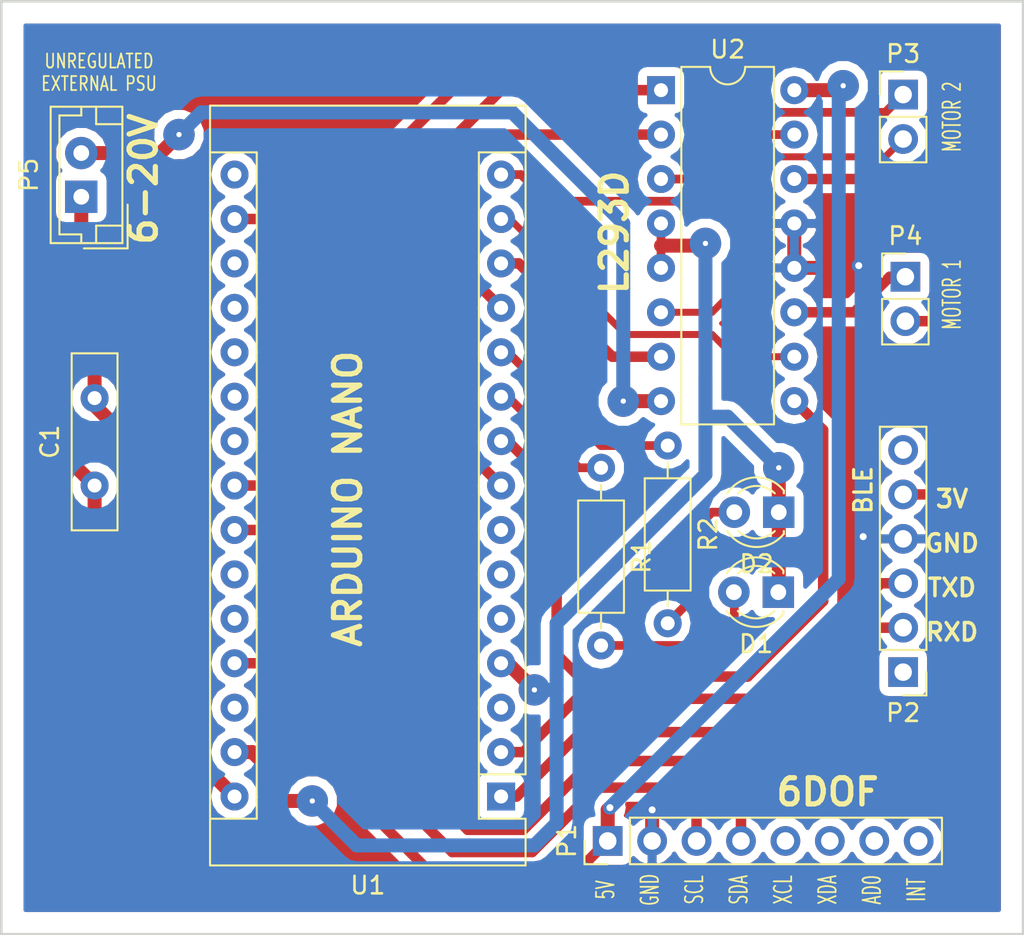
<source format=kicad_pcb>
(kicad_pcb (version 4) (host pcbnew 4.0.4-stable)

  (general
    (links 34)
    (no_connects 0)
    (area 114.224999 71.044999 172.795001 124.535001)
    (thickness 1.6)
    (drawings 25)
    (tracks 190)
    (zones 0)
    (modules 12)
    (nets 24)
  )

  (page A4)
  (layers
    (0 F.Cu signal)
    (31 B.Cu signal)
    (32 B.Adhes user)
    (33 F.Adhes user)
    (34 B.Paste user)
    (35 F.Paste user)
    (36 B.SilkS user)
    (37 F.SilkS user)
    (38 B.Mask user)
    (39 F.Mask user)
    (40 Dwgs.User user)
    (41 Cmts.User user)
    (42 Eco1.User user)
    (43 Eco2.User user)
    (44 Edge.Cuts user)
    (45 Margin user)
    (46 B.CrtYd user)
    (47 F.CrtYd user)
    (48 B.Fab user)
    (49 F.Fab user)
  )

  (setup
    (last_trace_width 0.6)
    (user_trace_width 0.4)
    (user_trace_width 0.5)
    (user_trace_width 0.6)
    (user_trace_width 0.8)
    (trace_clearance 0.2)
    (zone_clearance 0.508)
    (zone_45_only no)
    (trace_min 0.2)
    (segment_width 0.2)
    (edge_width 0.15)
    (via_size 0.6)
    (via_drill 0.4)
    (via_min_size 0.4)
    (via_min_drill 0.3)
    (user_via 1 0.3)
    (user_via 1.8 0.3)
    (uvia_size 0.3)
    (uvia_drill 0.1)
    (uvias_allowed no)
    (uvia_min_size 0.2)
    (uvia_min_drill 0.1)
    (pcb_text_width 0.3)
    (pcb_text_size 1.5 1.5)
    (mod_edge_width 0.15)
    (mod_text_size 1 1)
    (mod_text_width 0.15)
    (pad_size 1.524 1.524)
    (pad_drill 0.762)
    (pad_to_mask_clearance 0.2)
    (aux_axis_origin 0 0)
    (visible_elements 7FFFFFFF)
    (pcbplotparams
      (layerselection 0x00030_80000001)
      (usegerberextensions false)
      (excludeedgelayer true)
      (linewidth 0.100000)
      (plotframeref false)
      (viasonmask false)
      (mode 1)
      (useauxorigin false)
      (hpglpennumber 1)
      (hpglpenspeed 20)
      (hpglpendiameter 15)
      (hpglpenoverlay 2)
      (psnegative false)
      (psa4output false)
      (plotreference true)
      (plotvalue true)
      (plotinvisibletext false)
      (padsonsilk false)
      (subtractmaskfromsilk false)
      (outputformat 1)
      (mirror false)
      (drillshape 1)
      (scaleselection 1)
      (outputdirectory ""))
  )

  (net 0 "")
  (net 1 "Net-(C1-Pad1)")
  (net 2 /9V)
  (net 3 "Net-(D1-Pad2)")
  (net 4 "Net-(D2-Pad2)")
  (net 5 /5V)
  (net 6 /GND)
  (net 7 /SCL)
  (net 8 /SDA)
  (net 9 /RXD)
  (net 10 /TXD)
  (net 11 /3V3)
  (net 12 /OUT1)
  (net 13 /OUT2)
  (net 14 /OUT3)
  (net 15 /OUT4)
  (net 16 /EN1)
  (net 17 /EN2)
  (net 18 /IN1)
  (net 19 /IN2)
  (net 20 /IN3)
  (net 21 /IN4)
  (net 22 "Net-(R1-Pad1)")
  (net 23 "Net-(R2-Pad1)")

  (net_class Default "This is the default net class."
    (clearance 0.2)
    (trace_width 0.25)
    (via_dia 0.6)
    (via_drill 0.4)
    (uvia_dia 0.3)
    (uvia_drill 0.1)
    (add_net /3V3)
    (add_net /5V)
    (add_net /9V)
    (add_net /EN1)
    (add_net /EN2)
    (add_net /GND)
    (add_net /IN1)
    (add_net /IN2)
    (add_net /IN3)
    (add_net /IN4)
    (add_net /OUT1)
    (add_net /OUT2)
    (add_net /OUT3)
    (add_net /OUT4)
    (add_net /RXD)
    (add_net /SCL)
    (add_net /SDA)
    (add_net /TXD)
    (add_net "Net-(C1-Pad1)")
    (add_net "Net-(D1-Pad2)")
    (add_net "Net-(D2-Pad2)")
    (add_net "Net-(R1-Pad1)")
    (add_net "Net-(R2-Pad1)")
  )

  (module LEDs:LED_D3.0mm (layer F.Cu) (tedit 587A3A7B) (tstamp 5BDD3E8B)
    (at 158.7246 104.902 180)
    (descr "LED, diameter 3.0mm, 2 pins")
    (tags "LED diameter 3.0mm 2 pins")
    (path /5BD35906)
    (fp_text reference D1 (at 1.27 -2.96 180) (layer F.SilkS)
      (effects (font (size 1 1) (thickness 0.15)))
    )
    (fp_text value LED (at 1.27 2.96 180) (layer F.Fab)
      (effects (font (size 1 1) (thickness 0.15)))
    )
    (fp_arc (start 1.27 0) (end -0.23 -1.16619) (angle 284.3) (layer F.Fab) (width 0.1))
    (fp_arc (start 1.27 0) (end -0.29 -1.235516) (angle 108.8) (layer F.SilkS) (width 0.12))
    (fp_arc (start 1.27 0) (end -0.29 1.235516) (angle -108.8) (layer F.SilkS) (width 0.12))
    (fp_arc (start 1.27 0) (end 0.229039 -1.08) (angle 87.9) (layer F.SilkS) (width 0.12))
    (fp_arc (start 1.27 0) (end 0.229039 1.08) (angle -87.9) (layer F.SilkS) (width 0.12))
    (fp_circle (center 1.27 0) (end 2.77 0) (layer F.Fab) (width 0.1))
    (fp_line (start -0.23 -1.16619) (end -0.23 1.16619) (layer F.Fab) (width 0.1))
    (fp_line (start -0.29 -1.236) (end -0.29 -1.08) (layer F.SilkS) (width 0.12))
    (fp_line (start -0.29 1.08) (end -0.29 1.236) (layer F.SilkS) (width 0.12))
    (fp_line (start -1.15 -2.25) (end -1.15 2.25) (layer F.CrtYd) (width 0.05))
    (fp_line (start -1.15 2.25) (end 3.7 2.25) (layer F.CrtYd) (width 0.05))
    (fp_line (start 3.7 2.25) (end 3.7 -2.25) (layer F.CrtYd) (width 0.05))
    (fp_line (start 3.7 -2.25) (end -1.15 -2.25) (layer F.CrtYd) (width 0.05))
    (pad 1 thru_hole rect (at 0 0 180) (size 1.8 1.8) (drill 0.9) (layers *.Cu *.Mask)
      (net 1 "Net-(C1-Pad1)"))
    (pad 2 thru_hole circle (at 2.54 0 180) (size 1.8 1.8) (drill 0.9) (layers *.Cu *.Mask)
      (net 3 "Net-(D1-Pad2)"))
    (model ${KISYS3DMOD}/LEDs.3dshapes/LED_D3.0mm.wrl
      (at (xyz 0 0 0))
      (scale (xyz 0.393701 0.393701 0.393701))
      (rotate (xyz 0 0 0))
    )
  )

  (module LEDs:LED_D3.0mm (layer F.Cu) (tedit 587A3A7B) (tstamp 5BDD3E9E)
    (at 158.75 100.33 180)
    (descr "LED, diameter 3.0mm, 2 pins")
    (tags "LED diameter 3.0mm 2 pins")
    (path /5BD35A26)
    (fp_text reference D2 (at 1.27 -2.96 180) (layer F.SilkS)
      (effects (font (size 1 1) (thickness 0.15)))
    )
    (fp_text value LED (at 1.27 2.96 180) (layer F.Fab)
      (effects (font (size 1 1) (thickness 0.15)))
    )
    (fp_arc (start 1.27 0) (end -0.23 -1.16619) (angle 284.3) (layer F.Fab) (width 0.1))
    (fp_arc (start 1.27 0) (end -0.29 -1.235516) (angle 108.8) (layer F.SilkS) (width 0.12))
    (fp_arc (start 1.27 0) (end -0.29 1.235516) (angle -108.8) (layer F.SilkS) (width 0.12))
    (fp_arc (start 1.27 0) (end 0.229039 -1.08) (angle 87.9) (layer F.SilkS) (width 0.12))
    (fp_arc (start 1.27 0) (end 0.229039 1.08) (angle -87.9) (layer F.SilkS) (width 0.12))
    (fp_circle (center 1.27 0) (end 2.77 0) (layer F.Fab) (width 0.1))
    (fp_line (start -0.23 -1.16619) (end -0.23 1.16619) (layer F.Fab) (width 0.1))
    (fp_line (start -0.29 -1.236) (end -0.29 -1.08) (layer F.SilkS) (width 0.12))
    (fp_line (start -0.29 1.08) (end -0.29 1.236) (layer F.SilkS) (width 0.12))
    (fp_line (start -1.15 -2.25) (end -1.15 2.25) (layer F.CrtYd) (width 0.05))
    (fp_line (start -1.15 2.25) (end 3.7 2.25) (layer F.CrtYd) (width 0.05))
    (fp_line (start 3.7 2.25) (end 3.7 -2.25) (layer F.CrtYd) (width 0.05))
    (fp_line (start 3.7 -2.25) (end -1.15 -2.25) (layer F.CrtYd) (width 0.05))
    (pad 1 thru_hole rect (at 0 0 180) (size 1.8 1.8) (drill 0.9) (layers *.Cu *.Mask)
      (net 1 "Net-(C1-Pad1)"))
    (pad 2 thru_hole circle (at 2.54 0 180) (size 1.8 1.8) (drill 0.9) (layers *.Cu *.Mask)
      (net 4 "Net-(D2-Pad2)"))
    (model ${KISYS3DMOD}/LEDs.3dshapes/LED_D3.0mm.wrl
      (at (xyz 0 0 0))
      (scale (xyz 0.393701 0.393701 0.393701))
      (rotate (xyz 0 0 0))
    )
  )

  (module Pin_Headers:Pin_Header_Straight_1x08_Pitch2.54mm (layer F.Cu) (tedit 59650532) (tstamp 5BDD3EBA)
    (at 148.971 119.126 90)
    (descr "Through hole straight pin header, 1x08, 2.54mm pitch, single row")
    (tags "Through hole pin header THT 1x08 2.54mm single row")
    (path /5BD2FDFF)
    (fp_text reference P1 (at 0 -2.33 90) (layer F.SilkS)
      (effects (font (size 1 1) (thickness 0.15)))
    )
    (fp_text value CONN_01X08 (at 0 20.11 90) (layer F.Fab)
      (effects (font (size 1 1) (thickness 0.15)))
    )
    (fp_line (start -0.635 -1.27) (end 1.27 -1.27) (layer F.Fab) (width 0.1))
    (fp_line (start 1.27 -1.27) (end 1.27 19.05) (layer F.Fab) (width 0.1))
    (fp_line (start 1.27 19.05) (end -1.27 19.05) (layer F.Fab) (width 0.1))
    (fp_line (start -1.27 19.05) (end -1.27 -0.635) (layer F.Fab) (width 0.1))
    (fp_line (start -1.27 -0.635) (end -0.635 -1.27) (layer F.Fab) (width 0.1))
    (fp_line (start -1.33 19.11) (end 1.33 19.11) (layer F.SilkS) (width 0.12))
    (fp_line (start -1.33 1.27) (end -1.33 19.11) (layer F.SilkS) (width 0.12))
    (fp_line (start 1.33 1.27) (end 1.33 19.11) (layer F.SilkS) (width 0.12))
    (fp_line (start -1.33 1.27) (end 1.33 1.27) (layer F.SilkS) (width 0.12))
    (fp_line (start -1.33 0) (end -1.33 -1.33) (layer F.SilkS) (width 0.12))
    (fp_line (start -1.33 -1.33) (end 0 -1.33) (layer F.SilkS) (width 0.12))
    (fp_line (start -1.8 -1.8) (end -1.8 19.55) (layer F.CrtYd) (width 0.05))
    (fp_line (start -1.8 19.55) (end 1.8 19.55) (layer F.CrtYd) (width 0.05))
    (fp_line (start 1.8 19.55) (end 1.8 -1.8) (layer F.CrtYd) (width 0.05))
    (fp_line (start 1.8 -1.8) (end -1.8 -1.8) (layer F.CrtYd) (width 0.05))
    (fp_text user %R (at 0 8.89 180) (layer F.Fab)
      (effects (font (size 1 1) (thickness 0.15)))
    )
    (pad 1 thru_hole rect (at 0 0 90) (size 1.7 1.7) (drill 1) (layers *.Cu *.Mask)
      (net 5 /5V))
    (pad 2 thru_hole oval (at 0 2.54 90) (size 1.7 1.7) (drill 1) (layers *.Cu *.Mask)
      (net 6 /GND))
    (pad 3 thru_hole oval (at 0 5.08 90) (size 1.7 1.7) (drill 1) (layers *.Cu *.Mask)
      (net 7 /SCL))
    (pad 4 thru_hole oval (at 0 7.62 90) (size 1.7 1.7) (drill 1) (layers *.Cu *.Mask)
      (net 8 /SDA))
    (pad 5 thru_hole oval (at 0 10.16 90) (size 1.7 1.7) (drill 1) (layers *.Cu *.Mask))
    (pad 6 thru_hole oval (at 0 12.7 90) (size 1.7 1.7) (drill 1) (layers *.Cu *.Mask))
    (pad 7 thru_hole oval (at 0 15.24 90) (size 1.7 1.7) (drill 1) (layers *.Cu *.Mask))
    (pad 8 thru_hole oval (at 0 17.78 90) (size 1.7 1.7) (drill 1) (layers *.Cu *.Mask))
    (model ${KISYS3DMOD}/Pin_Headers.3dshapes/Pin_Header_Straight_1x08_Pitch2.54mm.wrl
      (at (xyz 0 0 0))
      (scale (xyz 1 1 1))
      (rotate (xyz 0 0 0))
    )
  )

  (module Pin_Headers:Pin_Header_Straight_1x06_Pitch2.54mm (layer F.Cu) (tedit 59650532) (tstamp 5BDD3ED4)
    (at 165.862 109.474 180)
    (descr "Through hole straight pin header, 1x06, 2.54mm pitch, single row")
    (tags "Through hole pin header THT 1x06 2.54mm single row")
    (path /5BD3107C)
    (fp_text reference P2 (at 0 -2.33 180) (layer F.SilkS)
      (effects (font (size 1 1) (thickness 0.15)))
    )
    (fp_text value CONN_01X06 (at 0 15.03 180) (layer F.Fab)
      (effects (font (size 1 1) (thickness 0.15)))
    )
    (fp_line (start -0.635 -1.27) (end 1.27 -1.27) (layer F.Fab) (width 0.1))
    (fp_line (start 1.27 -1.27) (end 1.27 13.97) (layer F.Fab) (width 0.1))
    (fp_line (start 1.27 13.97) (end -1.27 13.97) (layer F.Fab) (width 0.1))
    (fp_line (start -1.27 13.97) (end -1.27 -0.635) (layer F.Fab) (width 0.1))
    (fp_line (start -1.27 -0.635) (end -0.635 -1.27) (layer F.Fab) (width 0.1))
    (fp_line (start -1.33 14.03) (end 1.33 14.03) (layer F.SilkS) (width 0.12))
    (fp_line (start -1.33 1.27) (end -1.33 14.03) (layer F.SilkS) (width 0.12))
    (fp_line (start 1.33 1.27) (end 1.33 14.03) (layer F.SilkS) (width 0.12))
    (fp_line (start -1.33 1.27) (end 1.33 1.27) (layer F.SilkS) (width 0.12))
    (fp_line (start -1.33 0) (end -1.33 -1.33) (layer F.SilkS) (width 0.12))
    (fp_line (start -1.33 -1.33) (end 0 -1.33) (layer F.SilkS) (width 0.12))
    (fp_line (start -1.8 -1.8) (end -1.8 14.5) (layer F.CrtYd) (width 0.05))
    (fp_line (start -1.8 14.5) (end 1.8 14.5) (layer F.CrtYd) (width 0.05))
    (fp_line (start 1.8 14.5) (end 1.8 -1.8) (layer F.CrtYd) (width 0.05))
    (fp_line (start 1.8 -1.8) (end -1.8 -1.8) (layer F.CrtYd) (width 0.05))
    (fp_text user %R (at 0 6.35 270) (layer F.Fab)
      (effects (font (size 1 1) (thickness 0.15)))
    )
    (pad 1 thru_hole rect (at 0 0 180) (size 1.7 1.7) (drill 1) (layers *.Cu *.Mask))
    (pad 2 thru_hole oval (at 0 2.54 180) (size 1.7 1.7) (drill 1) (layers *.Cu *.Mask)
      (net 9 /RXD))
    (pad 3 thru_hole oval (at 0 5.08 180) (size 1.7 1.7) (drill 1) (layers *.Cu *.Mask)
      (net 10 /TXD))
    (pad 4 thru_hole oval (at 0 7.62 180) (size 1.7 1.7) (drill 1) (layers *.Cu *.Mask)
      (net 6 /GND))
    (pad 5 thru_hole oval (at 0 10.16 180) (size 1.7 1.7) (drill 1) (layers *.Cu *.Mask)
      (net 11 /3V3))
    (pad 6 thru_hole oval (at 0 12.7 180) (size 1.7 1.7) (drill 1) (layers *.Cu *.Mask))
    (model ${KISYS3DMOD}/Pin_Headers.3dshapes/Pin_Header_Straight_1x06_Pitch2.54mm.wrl
      (at (xyz 0 0 0))
      (scale (xyz 1 1 1))
      (rotate (xyz 0 0 0))
    )
  )

  (module Pin_Headers:Pin_Header_Straight_1x02_Pitch2.54mm (layer F.Cu) (tedit 59650532) (tstamp 5BDD3EEA)
    (at 165.862 76.454)
    (descr "Through hole straight pin header, 1x02, 2.54mm pitch, single row")
    (tags "Through hole pin header THT 1x02 2.54mm single row")
    (path /5BD3238E)
    (fp_text reference P3 (at 0 -2.33) (layer F.SilkS)
      (effects (font (size 1 1) (thickness 0.15)))
    )
    (fp_text value CONN_01X02 (at 0 4.87) (layer F.Fab)
      (effects (font (size 1 1) (thickness 0.15)))
    )
    (fp_line (start -0.635 -1.27) (end 1.27 -1.27) (layer F.Fab) (width 0.1))
    (fp_line (start 1.27 -1.27) (end 1.27 3.81) (layer F.Fab) (width 0.1))
    (fp_line (start 1.27 3.81) (end -1.27 3.81) (layer F.Fab) (width 0.1))
    (fp_line (start -1.27 3.81) (end -1.27 -0.635) (layer F.Fab) (width 0.1))
    (fp_line (start -1.27 -0.635) (end -0.635 -1.27) (layer F.Fab) (width 0.1))
    (fp_line (start -1.33 3.87) (end 1.33 3.87) (layer F.SilkS) (width 0.12))
    (fp_line (start -1.33 1.27) (end -1.33 3.87) (layer F.SilkS) (width 0.12))
    (fp_line (start 1.33 1.27) (end 1.33 3.87) (layer F.SilkS) (width 0.12))
    (fp_line (start -1.33 1.27) (end 1.33 1.27) (layer F.SilkS) (width 0.12))
    (fp_line (start -1.33 0) (end -1.33 -1.33) (layer F.SilkS) (width 0.12))
    (fp_line (start -1.33 -1.33) (end 0 -1.33) (layer F.SilkS) (width 0.12))
    (fp_line (start -1.8 -1.8) (end -1.8 4.35) (layer F.CrtYd) (width 0.05))
    (fp_line (start -1.8 4.35) (end 1.8 4.35) (layer F.CrtYd) (width 0.05))
    (fp_line (start 1.8 4.35) (end 1.8 -1.8) (layer F.CrtYd) (width 0.05))
    (fp_line (start 1.8 -1.8) (end -1.8 -1.8) (layer F.CrtYd) (width 0.05))
    (fp_text user %R (at 0 1.27 90) (layer F.Fab)
      (effects (font (size 1 1) (thickness 0.15)))
    )
    (pad 1 thru_hole rect (at 0 0) (size 1.7 1.7) (drill 1) (layers *.Cu *.Mask)
      (net 12 /OUT1))
    (pad 2 thru_hole oval (at 0 2.54) (size 1.7 1.7) (drill 1) (layers *.Cu *.Mask)
      (net 13 /OUT2))
    (model ${KISYS3DMOD}/Pin_Headers.3dshapes/Pin_Header_Straight_1x02_Pitch2.54mm.wrl
      (at (xyz 0 0 0))
      (scale (xyz 1 1 1))
      (rotate (xyz 0 0 0))
    )
  )

  (module Pin_Headers:Pin_Header_Straight_1x02_Pitch2.54mm (layer F.Cu) (tedit 59650532) (tstamp 5BDD3F00)
    (at 165.989 86.868)
    (descr "Through hole straight pin header, 1x02, 2.54mm pitch, single row")
    (tags "Through hole pin header THT 1x02 2.54mm single row")
    (path /5BD3257A)
    (fp_text reference P4 (at 0 -2.33) (layer F.SilkS)
      (effects (font (size 1 1) (thickness 0.15)))
    )
    (fp_text value CONN_01X02 (at 0 4.87) (layer F.Fab)
      (effects (font (size 1 1) (thickness 0.15)))
    )
    (fp_line (start -0.635 -1.27) (end 1.27 -1.27) (layer F.Fab) (width 0.1))
    (fp_line (start 1.27 -1.27) (end 1.27 3.81) (layer F.Fab) (width 0.1))
    (fp_line (start 1.27 3.81) (end -1.27 3.81) (layer F.Fab) (width 0.1))
    (fp_line (start -1.27 3.81) (end -1.27 -0.635) (layer F.Fab) (width 0.1))
    (fp_line (start -1.27 -0.635) (end -0.635 -1.27) (layer F.Fab) (width 0.1))
    (fp_line (start -1.33 3.87) (end 1.33 3.87) (layer F.SilkS) (width 0.12))
    (fp_line (start -1.33 1.27) (end -1.33 3.87) (layer F.SilkS) (width 0.12))
    (fp_line (start 1.33 1.27) (end 1.33 3.87) (layer F.SilkS) (width 0.12))
    (fp_line (start -1.33 1.27) (end 1.33 1.27) (layer F.SilkS) (width 0.12))
    (fp_line (start -1.33 0) (end -1.33 -1.33) (layer F.SilkS) (width 0.12))
    (fp_line (start -1.33 -1.33) (end 0 -1.33) (layer F.SilkS) (width 0.12))
    (fp_line (start -1.8 -1.8) (end -1.8 4.35) (layer F.CrtYd) (width 0.05))
    (fp_line (start -1.8 4.35) (end 1.8 4.35) (layer F.CrtYd) (width 0.05))
    (fp_line (start 1.8 4.35) (end 1.8 -1.8) (layer F.CrtYd) (width 0.05))
    (fp_line (start 1.8 -1.8) (end -1.8 -1.8) (layer F.CrtYd) (width 0.05))
    (fp_text user %R (at 0 1.27 90) (layer F.Fab)
      (effects (font (size 1 1) (thickness 0.15)))
    )
    (pad 1 thru_hole rect (at 0 0) (size 1.7 1.7) (drill 1) (layers *.Cu *.Mask)
      (net 14 /OUT3))
    (pad 2 thru_hole oval (at 0 2.54) (size 1.7 1.7) (drill 1) (layers *.Cu *.Mask)
      (net 15 /OUT4))
    (model ${KISYS3DMOD}/Pin_Headers.3dshapes/Pin_Header_Straight_1x02_Pitch2.54mm.wrl
      (at (xyz 0 0 0))
      (scale (xyz 1 1 1))
      (rotate (xyz 0 0 0))
    )
  )

  (module Connectors_JST:JST_EH_B02B-EH-A_02x2.50mm_Straight (layer F.Cu) (tedit 58A3B0B5) (tstamp 5BDD3F20)
    (at 118.872 82.296 90)
    (descr "JST EH series connector, B02B-EH-A, 2.50mm pitch, top entry")
    (tags "connector jst eh top vertical straight")
    (path /5BD33121)
    (fp_text reference P5 (at 1.25 -3 90) (layer F.SilkS)
      (effects (font (size 1 1) (thickness 0.15)))
    )
    (fp_text value CONN_01X02 (at 1.25 3.5 90) (layer F.Fab)
      (effects (font (size 1 1) (thickness 0.15)))
    )
    (fp_text user %R (at 1.25 -3 90) (layer F.Fab)
      (effects (font (size 1 1) (thickness 0.15)))
    )
    (fp_line (start -2.5 -1.6) (end -2.5 2.2) (layer F.Fab) (width 0.1))
    (fp_line (start -2.5 2.2) (end 5 2.2) (layer F.Fab) (width 0.1))
    (fp_line (start 5 2.2) (end 5 -1.6) (layer F.Fab) (width 0.1))
    (fp_line (start 5 -1.6) (end -2.5 -1.6) (layer F.Fab) (width 0.1))
    (fp_line (start -2.65 -1.75) (end -2.65 2.35) (layer F.SilkS) (width 0.12))
    (fp_line (start -2.65 2.35) (end 5.15 2.35) (layer F.SilkS) (width 0.12))
    (fp_line (start 5.15 2.35) (end 5.15 -1.75) (layer F.SilkS) (width 0.12))
    (fp_line (start 5.15 -1.75) (end -2.65 -1.75) (layer F.SilkS) (width 0.12))
    (fp_line (start -2.65 0) (end -2.15 0) (layer F.SilkS) (width 0.12))
    (fp_line (start -2.15 0) (end -2.15 -1.25) (layer F.SilkS) (width 0.12))
    (fp_line (start -2.15 -1.25) (end 4.65 -1.25) (layer F.SilkS) (width 0.12))
    (fp_line (start 4.65 -1.25) (end 4.65 0) (layer F.SilkS) (width 0.12))
    (fp_line (start 4.65 0) (end 5.15 0) (layer F.SilkS) (width 0.12))
    (fp_line (start -2.65 0.85) (end -1.65 0.85) (layer F.SilkS) (width 0.12))
    (fp_line (start -1.65 0.85) (end -1.65 2.35) (layer F.SilkS) (width 0.12))
    (fp_line (start 5.15 0.85) (end 4.15 0.85) (layer F.SilkS) (width 0.12))
    (fp_line (start 4.15 0.85) (end 4.15 2.35) (layer F.SilkS) (width 0.12))
    (fp_line (start -2.95 0.15) (end -2.95 2.65) (layer F.SilkS) (width 0.12))
    (fp_line (start -2.95 2.65) (end -0.45 2.65) (layer F.SilkS) (width 0.12))
    (fp_line (start -2.95 0.15) (end -2.95 2.65) (layer F.Fab) (width 0.1))
    (fp_line (start -2.95 2.65) (end -0.45 2.65) (layer F.Fab) (width 0.1))
    (fp_line (start -3.15 -2.25) (end -3.15 2.85) (layer F.CrtYd) (width 0.05))
    (fp_line (start -3.15 2.85) (end 5.65 2.85) (layer F.CrtYd) (width 0.05))
    (fp_line (start 5.65 2.85) (end 5.65 -2.25) (layer F.CrtYd) (width 0.05))
    (fp_line (start 5.65 -2.25) (end -3.15 -2.25) (layer F.CrtYd) (width 0.05))
    (pad 1 thru_hole rect (at 0 0 90) (size 1.85 1.85) (drill 0.9) (layers *.Cu *.Mask)
      (net 1 "Net-(C1-Pad1)"))
    (pad 2 thru_hole circle (at 2.5 0 90) (size 1.85 1.85) (drill 0.9) (layers *.Cu *.Mask)
      (net 2 /9V))
    (model Connectors_JST.3dshapes/JST_EH_B02B-EH-A_02x2.50mm_Straight.wrl
      (at (xyz 0 0 0))
      (scale (xyz 1 1 1))
      (rotate (xyz 0 0 0))
    )
  )

  (module Modules:Arduino_Nano (layer F.Cu) (tedit 58ACAF70) (tstamp 5BDD3F5D)
    (at 142.875 116.586 180)
    (descr "Arduino Nano, http://www.mouser.com/pdfdocs/Gravitech_Arduino_Nano3_0.pdf")
    (tags "Arduino Nano")
    (path /5BD2E66E)
    (fp_text reference U1 (at 7.62 -5.08 180) (layer F.SilkS)
      (effects (font (size 1 1) (thickness 0.15)))
    )
    (fp_text value ArduinoNano (at 8.89 19.05 270) (layer F.Fab)
      (effects (font (size 1 1) (thickness 0.15)))
    )
    (fp_text user %R (at 6.35 19.05 270) (layer F.Fab)
      (effects (font (size 1 1) (thickness 0.15)))
    )
    (fp_line (start 1.27 1.27) (end 1.27 -1.27) (layer F.SilkS) (width 0.12))
    (fp_line (start 1.27 -1.27) (end -1.4 -1.27) (layer F.SilkS) (width 0.12))
    (fp_line (start -1.4 1.27) (end -1.4 39.5) (layer F.SilkS) (width 0.12))
    (fp_line (start -1.4 -3.94) (end -1.4 -1.27) (layer F.SilkS) (width 0.12))
    (fp_line (start 13.97 -1.27) (end 16.64 -1.27) (layer F.SilkS) (width 0.12))
    (fp_line (start 13.97 -1.27) (end 13.97 36.83) (layer F.SilkS) (width 0.12))
    (fp_line (start 13.97 36.83) (end 16.64 36.83) (layer F.SilkS) (width 0.12))
    (fp_line (start 1.27 1.27) (end -1.4 1.27) (layer F.SilkS) (width 0.12))
    (fp_line (start 1.27 1.27) (end 1.27 36.83) (layer F.SilkS) (width 0.12))
    (fp_line (start 1.27 36.83) (end -1.4 36.83) (layer F.SilkS) (width 0.12))
    (fp_line (start 3.81 31.75) (end 11.43 31.75) (layer F.Fab) (width 0.1))
    (fp_line (start 11.43 31.75) (end 11.43 41.91) (layer F.Fab) (width 0.1))
    (fp_line (start 11.43 41.91) (end 3.81 41.91) (layer F.Fab) (width 0.1))
    (fp_line (start 3.81 41.91) (end 3.81 31.75) (layer F.Fab) (width 0.1))
    (fp_line (start -1.4 39.5) (end 16.64 39.5) (layer F.SilkS) (width 0.12))
    (fp_line (start 16.64 39.5) (end 16.64 -3.94) (layer F.SilkS) (width 0.12))
    (fp_line (start 16.64 -3.94) (end -1.4 -3.94) (layer F.SilkS) (width 0.12))
    (fp_line (start 16.51 39.37) (end -1.27 39.37) (layer F.Fab) (width 0.1))
    (fp_line (start -1.27 39.37) (end -1.27 -2.54) (layer F.Fab) (width 0.1))
    (fp_line (start -1.27 -2.54) (end 0 -3.81) (layer F.Fab) (width 0.1))
    (fp_line (start 0 -3.81) (end 16.51 -3.81) (layer F.Fab) (width 0.1))
    (fp_line (start 16.51 -3.81) (end 16.51 39.37) (layer F.Fab) (width 0.1))
    (fp_line (start -1.53 -4.06) (end 16.75 -4.06) (layer F.CrtYd) (width 0.05))
    (fp_line (start -1.53 -4.06) (end -1.53 42.16) (layer F.CrtYd) (width 0.05))
    (fp_line (start 16.75 42.16) (end 16.75 -4.06) (layer F.CrtYd) (width 0.05))
    (fp_line (start 16.75 42.16) (end -1.53 42.16) (layer F.CrtYd) (width 0.05))
    (pad 1 thru_hole rect (at 0 0 180) (size 1.6 1.6) (drill 0.8) (layers *.Cu *.Mask)
      (net 9 /RXD))
    (pad 17 thru_hole oval (at 15.24 33.02 180) (size 1.6 1.6) (drill 0.8) (layers *.Cu *.Mask)
      (net 11 /3V3))
    (pad 2 thru_hole oval (at 0 2.54 180) (size 1.6 1.6) (drill 0.8) (layers *.Cu *.Mask)
      (net 10 /TXD))
    (pad 18 thru_hole oval (at 15.24 30.48 180) (size 1.6 1.6) (drill 0.8) (layers *.Cu *.Mask))
    (pad 3 thru_hole oval (at 0 5.08 180) (size 1.6 1.6) (drill 0.8) (layers *.Cu *.Mask))
    (pad 19 thru_hole oval (at 15.24 27.94 180) (size 1.6 1.6) (drill 0.8) (layers *.Cu *.Mask))
    (pad 4 thru_hole oval (at 0 7.62 180) (size 1.6 1.6) (drill 0.8) (layers *.Cu *.Mask)
      (net 1 "Net-(C1-Pad1)"))
    (pad 20 thru_hole oval (at 15.24 25.4 180) (size 1.6 1.6) (drill 0.8) (layers *.Cu *.Mask))
    (pad 5 thru_hole oval (at 0 10.16 180) (size 1.6 1.6) (drill 0.8) (layers *.Cu *.Mask))
    (pad 21 thru_hole oval (at 15.24 22.86 180) (size 1.6 1.6) (drill 0.8) (layers *.Cu *.Mask))
    (pad 6 thru_hole oval (at 0 12.7 180) (size 1.6 1.6) (drill 0.8) (layers *.Cu *.Mask))
    (pad 22 thru_hole oval (at 15.24 20.32 180) (size 1.6 1.6) (drill 0.8) (layers *.Cu *.Mask))
    (pad 7 thru_hole oval (at 0 15.24 180) (size 1.6 1.6) (drill 0.8) (layers *.Cu *.Mask))
    (pad 23 thru_hole oval (at 15.24 17.78 180) (size 1.6 1.6) (drill 0.8) (layers *.Cu *.Mask)
      (net 8 /SDA))
    (pad 8 thru_hole oval (at 0 17.78 180) (size 1.6 1.6) (drill 0.8) (layers *.Cu *.Mask)
      (net 16 /EN1))
    (pad 24 thru_hole oval (at 15.24 15.24 180) (size 1.6 1.6) (drill 0.8) (layers *.Cu *.Mask)
      (net 7 /SCL))
    (pad 9 thru_hole oval (at 0 20.32 180) (size 1.6 1.6) (drill 0.8) (layers *.Cu *.Mask)
      (net 17 /EN2))
    (pad 25 thru_hole oval (at 15.24 12.7 180) (size 1.6 1.6) (drill 0.8) (layers *.Cu *.Mask))
    (pad 10 thru_hole oval (at 0 22.86 180) (size 1.6 1.6) (drill 0.8) (layers *.Cu *.Mask)
      (net 22 "Net-(R1-Pad1)"))
    (pad 26 thru_hole oval (at 15.24 10.16 180) (size 1.6 1.6) (drill 0.8) (layers *.Cu *.Mask))
    (pad 11 thru_hole oval (at 0 25.4 180) (size 1.6 1.6) (drill 0.8) (layers *.Cu *.Mask)
      (net 23 "Net-(R2-Pad1)"))
    (pad 27 thru_hole oval (at 15.24 7.62 180) (size 1.6 1.6) (drill 0.8) (layers *.Cu *.Mask)
      (net 5 /5V))
    (pad 12 thru_hole oval (at 0 27.94 180) (size 1.6 1.6) (drill 0.8) (layers *.Cu *.Mask)
      (net 18 /IN1))
    (pad 28 thru_hole oval (at 15.24 5.08 180) (size 1.6 1.6) (drill 0.8) (layers *.Cu *.Mask))
    (pad 13 thru_hole oval (at 0 30.48 180) (size 1.6 1.6) (drill 0.8) (layers *.Cu *.Mask)
      (net 19 /IN2))
    (pad 29 thru_hole oval (at 15.24 2.54 180) (size 1.6 1.6) (drill 0.8) (layers *.Cu *.Mask)
      (net 1 "Net-(C1-Pad1)"))
    (pad 14 thru_hole oval (at 0 33.02 180) (size 1.6 1.6) (drill 0.8) (layers *.Cu *.Mask)
      (net 20 /IN3))
    (pad 30 thru_hole oval (at 15.24 0 180) (size 1.6 1.6) (drill 0.8) (layers *.Cu *.Mask)
      (net 2 /9V))
    (pad 15 thru_hole oval (at 0 35.56 180) (size 1.6 1.6) (drill 0.8) (layers *.Cu *.Mask)
      (net 21 /IN4))
    (pad 16 thru_hole oval (at 15.24 35.56 180) (size 1.6 1.6) (drill 0.8) (layers *.Cu *.Mask))
  )

  (module Housings_DIP:DIP-16_W7.62mm (layer F.Cu) (tedit 59C78D6B) (tstamp 5BDD3F81)
    (at 152.019 76.2)
    (descr "16-lead though-hole mounted DIP package, row spacing 7.62 mm (300 mils)")
    (tags "THT DIP DIL PDIP 2.54mm 7.62mm 300mil")
    (path /5BD2F5EF)
    (fp_text reference U2 (at 3.81 -2.33) (layer F.SilkS)
      (effects (font (size 1 1) (thickness 0.15)))
    )
    (fp_text value L293D (at 3.81 20.11) (layer F.Fab)
      (effects (font (size 1 1) (thickness 0.15)))
    )
    (fp_arc (start 3.81 -1.33) (end 2.81 -1.33) (angle -180) (layer F.SilkS) (width 0.12))
    (fp_line (start 1.635 -1.27) (end 6.985 -1.27) (layer F.Fab) (width 0.1))
    (fp_line (start 6.985 -1.27) (end 6.985 19.05) (layer F.Fab) (width 0.1))
    (fp_line (start 6.985 19.05) (end 0.635 19.05) (layer F.Fab) (width 0.1))
    (fp_line (start 0.635 19.05) (end 0.635 -0.27) (layer F.Fab) (width 0.1))
    (fp_line (start 0.635 -0.27) (end 1.635 -1.27) (layer F.Fab) (width 0.1))
    (fp_line (start 2.81 -1.33) (end 1.16 -1.33) (layer F.SilkS) (width 0.12))
    (fp_line (start 1.16 -1.33) (end 1.16 19.11) (layer F.SilkS) (width 0.12))
    (fp_line (start 1.16 19.11) (end 6.46 19.11) (layer F.SilkS) (width 0.12))
    (fp_line (start 6.46 19.11) (end 6.46 -1.33) (layer F.SilkS) (width 0.12))
    (fp_line (start 6.46 -1.33) (end 4.81 -1.33) (layer F.SilkS) (width 0.12))
    (fp_line (start -1.1 -1.55) (end -1.1 19.3) (layer F.CrtYd) (width 0.05))
    (fp_line (start -1.1 19.3) (end 8.7 19.3) (layer F.CrtYd) (width 0.05))
    (fp_line (start 8.7 19.3) (end 8.7 -1.55) (layer F.CrtYd) (width 0.05))
    (fp_line (start 8.7 -1.55) (end -1.1 -1.55) (layer F.CrtYd) (width 0.05))
    (fp_text user %R (at 3.81 8.89) (layer F.Fab)
      (effects (font (size 1 1) (thickness 0.15)))
    )
    (pad 1 thru_hole rect (at 0 0) (size 1.6 1.6) (drill 0.8) (layers *.Cu *.Mask)
      (net 16 /EN1))
    (pad 9 thru_hole oval (at 7.62 17.78) (size 1.6 1.6) (drill 0.8) (layers *.Cu *.Mask)
      (net 17 /EN2))
    (pad 2 thru_hole oval (at 0 2.54) (size 1.6 1.6) (drill 0.8) (layers *.Cu *.Mask)
      (net 18 /IN1))
    (pad 10 thru_hole oval (at 7.62 15.24) (size 1.6 1.6) (drill 0.8) (layers *.Cu *.Mask)
      (net 20 /IN3))
    (pad 3 thru_hole oval (at 0 5.08) (size 1.6 1.6) (drill 0.8) (layers *.Cu *.Mask)
      (net 12 /OUT1))
    (pad 11 thru_hole oval (at 7.62 12.7) (size 1.6 1.6) (drill 0.8) (layers *.Cu *.Mask)
      (net 14 /OUT3))
    (pad 4 thru_hole oval (at 0 7.62) (size 1.6 1.6) (drill 0.8) (layers *.Cu *.Mask)
      (net 1 "Net-(C1-Pad1)"))
    (pad 12 thru_hole oval (at 7.62 10.16) (size 1.6 1.6) (drill 0.8) (layers *.Cu *.Mask)
      (net 6 /GND))
    (pad 5 thru_hole oval (at 0 10.16) (size 1.6 1.6) (drill 0.8) (layers *.Cu *.Mask)
      (net 1 "Net-(C1-Pad1)"))
    (pad 13 thru_hole oval (at 7.62 7.62) (size 1.6 1.6) (drill 0.8) (layers *.Cu *.Mask)
      (net 6 /GND))
    (pad 6 thru_hole oval (at 0 12.7) (size 1.6 1.6) (drill 0.8) (layers *.Cu *.Mask)
      (net 13 /OUT2))
    (pad 14 thru_hole oval (at 7.62 5.08) (size 1.6 1.6) (drill 0.8) (layers *.Cu *.Mask)
      (net 15 /OUT4))
    (pad 7 thru_hole oval (at 0 15.24) (size 1.6 1.6) (drill 0.8) (layers *.Cu *.Mask)
      (net 19 /IN2))
    (pad 15 thru_hole oval (at 7.62 2.54) (size 1.6 1.6) (drill 0.8) (layers *.Cu *.Mask)
      (net 21 /IN4))
    (pad 8 thru_hole oval (at 0 17.78) (size 1.6 1.6) (drill 0.8) (layers *.Cu *.Mask)
      (net 2 /9V))
    (pad 16 thru_hole oval (at 7.62 0) (size 1.6 1.6) (drill 0.8) (layers *.Cu *.Mask)
      (net 5 /5V))
    (model ${KISYS3DMOD}/Housings_DIP.3dshapes/DIP-16_W7.62mm.wrl
      (at (xyz 0 0 0))
      (scale (xyz 1 1 1))
      (rotate (xyz 0 0 0))
    )
  )

  (module Capacitors_THT:C_Disc_D10.0mm_W2.5mm_P5.00mm (layer F.Cu) (tedit 597BC7C2) (tstamp 5BDDF0C4)
    (at 119.634 98.806 90)
    (descr "C, Disc series, Radial, pin pitch=5.00mm, , diameter*width=10*2.5mm^2, Capacitor, http://cdn-reichelt.de/documents/datenblatt/B300/DS_KERKO_TC.pdf")
    (tags "C Disc series Radial pin pitch 5.00mm  diameter 10mm width 2.5mm Capacitor")
    (path /5BD34CB9)
    (fp_text reference C1 (at 2.5 -2.56 90) (layer F.SilkS)
      (effects (font (size 1 1) (thickness 0.15)))
    )
    (fp_text value C_Small (at 2.5 2.56 90) (layer F.Fab)
      (effects (font (size 1 1) (thickness 0.15)))
    )
    (fp_line (start -2.5 -1.25) (end -2.5 1.25) (layer F.Fab) (width 0.1))
    (fp_line (start -2.5 1.25) (end 7.5 1.25) (layer F.Fab) (width 0.1))
    (fp_line (start 7.5 1.25) (end 7.5 -1.25) (layer F.Fab) (width 0.1))
    (fp_line (start 7.5 -1.25) (end -2.5 -1.25) (layer F.Fab) (width 0.1))
    (fp_line (start -2.56 -1.31) (end 7.56 -1.31) (layer F.SilkS) (width 0.12))
    (fp_line (start -2.56 1.31) (end 7.56 1.31) (layer F.SilkS) (width 0.12))
    (fp_line (start -2.56 -1.31) (end -2.56 1.31) (layer F.SilkS) (width 0.12))
    (fp_line (start 7.56 -1.31) (end 7.56 1.31) (layer F.SilkS) (width 0.12))
    (fp_line (start -2.85 -1.6) (end -2.85 1.6) (layer F.CrtYd) (width 0.05))
    (fp_line (start -2.85 1.6) (end 7.85 1.6) (layer F.CrtYd) (width 0.05))
    (fp_line (start 7.85 1.6) (end 7.85 -1.6) (layer F.CrtYd) (width 0.05))
    (fp_line (start 7.85 -1.6) (end -2.85 -1.6) (layer F.CrtYd) (width 0.05))
    (fp_text user %R (at 2.5 0 90) (layer F.Fab)
      (effects (font (size 1 1) (thickness 0.15)))
    )
    (pad 1 thru_hole circle (at 0 0 90) (size 1.6 1.6) (drill 0.8) (layers *.Cu *.Mask)
      (net 1 "Net-(C1-Pad1)"))
    (pad 2 thru_hole circle (at 5 0 90) (size 1.6 1.6) (drill 0.8) (layers *.Cu *.Mask)
      (net 2 /9V))
    (model ${KISYS3DMOD}/Capacitors_THT.3dshapes/C_Disc_D10.0mm_W2.5mm_P5.00mm.wrl
      (at (xyz 0 0 0))
      (scale (xyz 1 1 1))
      (rotate (xyz 0 0 0))
    )
  )

  (module Resistors_ThroughHole:R_Axial_DIN0207_L6.3mm_D2.5mm_P10.16mm_Horizontal (layer F.Cu) (tedit 5874F706) (tstamp 5BDDF0EB)
    (at 148.59 97.79 270)
    (descr "Resistor, Axial_DIN0207 series, Axial, Horizontal, pin pitch=10.16mm, 0.25W = 1/4W, length*diameter=6.3*2.5mm^2, http://cdn-reichelt.de/documents/datenblatt/B400/1_4W%23YAG.pdf")
    (tags "Resistor Axial_DIN0207 series Axial Horizontal pin pitch 10.16mm 0.25W = 1/4W length 6.3mm diameter 2.5mm")
    (path /5BD3BF1A)
    (fp_text reference R1 (at 5.08 -2.31 270) (layer F.SilkS)
      (effects (font (size 1 1) (thickness 0.15)))
    )
    (fp_text value R (at 5.08 2.31 270) (layer F.Fab)
      (effects (font (size 1 1) (thickness 0.15)))
    )
    (fp_line (start 1.93 -1.25) (end 1.93 1.25) (layer F.Fab) (width 0.1))
    (fp_line (start 1.93 1.25) (end 8.23 1.25) (layer F.Fab) (width 0.1))
    (fp_line (start 8.23 1.25) (end 8.23 -1.25) (layer F.Fab) (width 0.1))
    (fp_line (start 8.23 -1.25) (end 1.93 -1.25) (layer F.Fab) (width 0.1))
    (fp_line (start 0 0) (end 1.93 0) (layer F.Fab) (width 0.1))
    (fp_line (start 10.16 0) (end 8.23 0) (layer F.Fab) (width 0.1))
    (fp_line (start 1.87 -1.31) (end 1.87 1.31) (layer F.SilkS) (width 0.12))
    (fp_line (start 1.87 1.31) (end 8.29 1.31) (layer F.SilkS) (width 0.12))
    (fp_line (start 8.29 1.31) (end 8.29 -1.31) (layer F.SilkS) (width 0.12))
    (fp_line (start 8.29 -1.31) (end 1.87 -1.31) (layer F.SilkS) (width 0.12))
    (fp_line (start 0.98 0) (end 1.87 0) (layer F.SilkS) (width 0.12))
    (fp_line (start 9.18 0) (end 8.29 0) (layer F.SilkS) (width 0.12))
    (fp_line (start -1.05 -1.6) (end -1.05 1.6) (layer F.CrtYd) (width 0.05))
    (fp_line (start -1.05 1.6) (end 11.25 1.6) (layer F.CrtYd) (width 0.05))
    (fp_line (start 11.25 1.6) (end 11.25 -1.6) (layer F.CrtYd) (width 0.05))
    (fp_line (start 11.25 -1.6) (end -1.05 -1.6) (layer F.CrtYd) (width 0.05))
    (pad 1 thru_hole circle (at 0 0 270) (size 1.6 1.6) (drill 0.8) (layers *.Cu *.Mask)
      (net 22 "Net-(R1-Pad1)"))
    (pad 2 thru_hole oval (at 10.16 0 270) (size 1.6 1.6) (drill 0.8) (layers *.Cu *.Mask)
      (net 3 "Net-(D1-Pad2)"))
    (model ${KISYS3DMOD}/Resistors_THT.3dshapes/R_Axial_DIN0207_L6.3mm_D2.5mm_P10.16mm_Horizontal.wrl
      (at (xyz 0 0 0))
      (scale (xyz 0.393701 0.393701 0.393701))
      (rotate (xyz 0 0 0))
    )
  )

  (module Resistors_ThroughHole:R_Axial_DIN0207_L6.3mm_D2.5mm_P10.16mm_Horizontal (layer F.Cu) (tedit 5874F706) (tstamp 5BDDF101)
    (at 152.4 96.52 270)
    (descr "Resistor, Axial_DIN0207 series, Axial, Horizontal, pin pitch=10.16mm, 0.25W = 1/4W, length*diameter=6.3*2.5mm^2, http://cdn-reichelt.de/documents/datenblatt/B400/1_4W%23YAG.pdf")
    (tags "Resistor Axial_DIN0207 series Axial Horizontal pin pitch 10.16mm 0.25W = 1/4W length 6.3mm diameter 2.5mm")
    (path /5BD3C0A6)
    (fp_text reference R2 (at 5.08 -2.31 270) (layer F.SilkS)
      (effects (font (size 1 1) (thickness 0.15)))
    )
    (fp_text value R (at 5.08 2.31 270) (layer F.Fab)
      (effects (font (size 1 1) (thickness 0.15)))
    )
    (fp_line (start 1.93 -1.25) (end 1.93 1.25) (layer F.Fab) (width 0.1))
    (fp_line (start 1.93 1.25) (end 8.23 1.25) (layer F.Fab) (width 0.1))
    (fp_line (start 8.23 1.25) (end 8.23 -1.25) (layer F.Fab) (width 0.1))
    (fp_line (start 8.23 -1.25) (end 1.93 -1.25) (layer F.Fab) (width 0.1))
    (fp_line (start 0 0) (end 1.93 0) (layer F.Fab) (width 0.1))
    (fp_line (start 10.16 0) (end 8.23 0) (layer F.Fab) (width 0.1))
    (fp_line (start 1.87 -1.31) (end 1.87 1.31) (layer F.SilkS) (width 0.12))
    (fp_line (start 1.87 1.31) (end 8.29 1.31) (layer F.SilkS) (width 0.12))
    (fp_line (start 8.29 1.31) (end 8.29 -1.31) (layer F.SilkS) (width 0.12))
    (fp_line (start 8.29 -1.31) (end 1.87 -1.31) (layer F.SilkS) (width 0.12))
    (fp_line (start 0.98 0) (end 1.87 0) (layer F.SilkS) (width 0.12))
    (fp_line (start 9.18 0) (end 8.29 0) (layer F.SilkS) (width 0.12))
    (fp_line (start -1.05 -1.6) (end -1.05 1.6) (layer F.CrtYd) (width 0.05))
    (fp_line (start -1.05 1.6) (end 11.25 1.6) (layer F.CrtYd) (width 0.05))
    (fp_line (start 11.25 1.6) (end 11.25 -1.6) (layer F.CrtYd) (width 0.05))
    (fp_line (start 11.25 -1.6) (end -1.05 -1.6) (layer F.CrtYd) (width 0.05))
    (pad 1 thru_hole circle (at 0 0 270) (size 1.6 1.6) (drill 0.8) (layers *.Cu *.Mask)
      (net 23 "Net-(R2-Pad1)"))
    (pad 2 thru_hole oval (at 10.16 0 270) (size 1.6 1.6) (drill 0.8) (layers *.Cu *.Mask)
      (net 4 "Net-(D2-Pad2)"))
    (model ${KISYS3DMOD}/Resistors_THT.3dshapes/R_Axial_DIN0207_L6.3mm_D2.5mm_P10.16mm_Horizontal.wrl
      (at (xyz 0 0 0))
      (scale (xyz 0.393701 0.393701 0.393701))
      (rotate (xyz 0 0 0))
    )
  )

  (gr_text "UNREGULATED\nEXTERNAL PSU" (at 119.888 75.184) (layer F.SilkS)
    (effects (font (size 0.8 0.6) (thickness 0.1)))
  )
  (gr_text 6-20V (at 122.428 81.28 90) (layer F.SilkS)
    (effects (font (size 1.5 1.5) (thickness 0.3)))
  )
  (gr_text L293D (at 149.352 84.328 90) (layer F.SilkS)
    (effects (font (size 1.5 1.5) (thickness 0.3)))
  )
  (gr_text "ARDUINO NANO" (at 134.112 99.568 90) (layer F.SilkS)
    (effects (font (size 1.5 1.5) (thickness 0.3)))
  )
  (gr_text "MOTOR 2" (at 168.656 77.724 90) (layer F.SilkS)
    (effects (font (size 1 0.6) (thickness 0.1)))
  )
  (gr_text "MOTOR 1" (at 168.656 87.884 90) (layer F.SilkS)
    (effects (font (size 1 0.6) (thickness 0.1)))
  )
  (gr_text INT (at 166.624 121.92 90) (layer F.SilkS)
    (effects (font (size 1 0.6) (thickness 0.1)))
  )
  (gr_text AD0 (at 164.084 121.92 90) (layer F.SilkS)
    (effects (font (size 1 0.6) (thickness 0.1)))
  )
  (gr_text XDA (at 161.544 121.92 90) (layer F.SilkS)
    (effects (font (size 1 0.6) (thickness 0.1)))
  )
  (gr_text XCL (at 159.004 121.92 90) (layer F.SilkS)
    (effects (font (size 1 0.6) (thickness 0.1)))
  )
  (gr_text SDA (at 156.464 121.92 90) (layer F.SilkS)
    (effects (font (size 1 0.6) (thickness 0.1)))
  )
  (gr_text SCL (at 153.924 121.92 90) (layer F.SilkS)
    (effects (font (size 1 0.6) (thickness 0.1)))
  )
  (gr_text GND (at 151.384 121.92 90) (layer F.SilkS)
    (effects (font (size 1 0.6) (thickness 0.1)))
  )
  (gr_text 5V (at 148.844 121.92 90) (layer F.SilkS)
    (effects (font (size 1 0.6) (thickness 0.1)))
  )
  (gr_text 3V (at 168.656 99.568) (layer F.SilkS)
    (effects (font (size 1 1) (thickness 0.2)))
  )
  (gr_text GND (at 168.656 102.108) (layer F.SilkS)
    (effects (font (size 1 1) (thickness 0.2)))
  )
  (gr_text RXD (at 168.656 107.188) (layer F.SilkS)
    (effects (font (size 1 1) (thickness 0.2)))
  )
  (gr_text TXD (at 168.656 104.648) (layer F.SilkS)
    (effects (font (size 1 1) (thickness 0.2)))
  )
  (gr_text BLE (at 163.576 99.06 90) (layer F.SilkS)
    (effects (font (size 1 1) (thickness 0.18)))
  )
  (gr_text 6DOF (at 161.544 116.332) (layer F.SilkS)
    (effects (font (size 1.5 1.5) (thickness 0.3)))
  )
  (gr_line (start 114.3 124.46) (end 114.3 71.12) (angle 90) (layer Edge.Cuts) (width 0.15))
  (gr_line (start 115.57 124.46) (end 114.3 124.46) (angle 90) (layer Edge.Cuts) (width 0.15))
  (gr_line (start 172.72 124.46) (end 115.57 124.46) (angle 90) (layer Edge.Cuts) (width 0.15))
  (gr_line (start 172.72 71.12) (end 172.72 124.46) (angle 90) (layer Edge.Cuts) (width 0.15))
  (gr_line (start 114.3 71.12) (end 172.72 71.12) (angle 90) (layer Edge.Cuts) (width 0.15))

  (segment (start 158.75 100.33) (end 158.75 104.8766) (width 0.8) (layer F.Cu) (net 1))
  (segment (start 158.75 104.8766) (end 158.7246 104.902) (width 0.8) (layer F.Cu) (net 1) (tstamp 5BDDF29E))
  (segment (start 142.875 108.966) (end 143.256 108.966) (width 0.8) (layer F.Cu) (net 1))
  (segment (start 143.256 108.966) (end 144.78 110.49) (width 0.8) (layer F.Cu) (net 1) (tstamp 5BDDF26B))
  (segment (start 144.78 110.49) (end 146.05 110.49) (width 0.8) (layer B.Cu) (net 1) (tstamp 5BDDF26E))
  (via (at 144.78 110.49) (size 1.8) (drill 0.3) (layers F.Cu B.Cu) (net 1))
  (segment (start 146.05 114.3) (end 146.05 118.11) (width 0.8) (layer B.Cu) (net 1))
  (segment (start 146.05 118.11) (end 144.78 119.38) (width 0.8) (layer B.Cu) (net 1) (tstamp 5BDDF261))
  (segment (start 132.08 116.84) (end 129.794 116.84) (width 0.8) (layer F.Cu) (net 1) (tstamp 5BDDF266))
  (via (at 132.08 116.84) (size 1.8) (drill 0.3) (layers F.Cu B.Cu) (net 1))
  (segment (start 134.62 119.38) (end 132.08 116.84) (width 0.8) (layer B.Cu) (net 1) (tstamp 5BDDF263))
  (segment (start 144.78 119.38) (end 134.62 119.38) (width 0.8) (layer B.Cu) (net 1) (tstamp 5BDDF262))
  (segment (start 147.955 104.775) (end 146.05 106.68) (width 0.8) (layer B.Cu) (net 1))
  (segment (start 146.05 110.49) (end 146.05 114.3) (width 0.8) (layer B.Cu) (net 1) (tstamp 5BDDF25B))
  (segment (start 146.05 106.68) (end 146.05 110.49) (width 0.8) (layer B.Cu) (net 1) (tstamp 5BDDF25A))
  (segment (start 154.559 92.71) (end 154.559 98.171) (width 0.8) (layer B.Cu) (net 1))
  (segment (start 154.559 98.171) (end 147.955 104.775) (width 0.8) (layer B.Cu) (net 1) (tstamp 5BDDF253))
  (segment (start 147.955 104.775) (end 147.32 105.41) (width 0.8) (layer B.Cu) (net 1) (tstamp 5BDDF258))
  (segment (start 158.75 100.33) (end 158.75 97.79) (width 0.8) (layer F.Cu) (net 1))
  (via (at 158.75 97.79) (size 1.8) (drill 0.3) (layers F.Cu B.Cu) (net 1))
  (segment (start 158.75 97.79) (end 155.829 94.869) (width 0.8) (layer B.Cu) (net 1) (tstamp 5BDDF22B))
  (segment (start 155.829 94.869) (end 154.559 94.869) (width 0.8) (layer B.Cu) (net 1) (tstamp 5BDDF22C))
  (segment (start 152.019 83.82) (end 152.019 86.36) (width 0.5) (layer F.Cu) (net 1))
  (segment (start 152.019 85.09) (end 154.432 85.09) (width 0.8) (layer F.Cu) (net 1))
  (segment (start 154.559 84.963) (end 154.559 92.71) (width 0.8) (layer B.Cu) (net 1) (tstamp 5BDD95F3))
  (segment (start 154.559 92.71) (end 154.559 94.869) (width 0.8) (layer B.Cu) (net 1) (tstamp 5BDDF251))
  (via (at 154.559 84.963) (size 1.8) (drill 0.3) (layers F.Cu B.Cu) (net 1))
  (segment (start 154.432 85.09) (end 154.559 84.963) (width 0.8) (layer F.Cu) (net 1) (tstamp 5BDD95F1))
  (segment (start 119.634 98.806) (end 119.634 113.03) (width 0.8) (layer F.Cu) (net 1))
  (segment (start 128.651 114.046) (end 127.635 114.046) (width 0.8) (layer F.Cu) (net 1) (tstamp 5BDD944A))
  (segment (start 129.794 115.189) (end 128.651 114.046) (width 0.8) (layer F.Cu) (net 1) (tstamp 5BDD9448))
  (segment (start 129.794 117.729) (end 129.794 116.84) (width 0.8) (layer F.Cu) (net 1) (tstamp 5BDD9447))
  (segment (start 129.794 116.84) (end 129.794 115.189) (width 0.8) (layer F.Cu) (net 1) (tstamp 5BDDF269))
  (segment (start 128.905 118.618) (end 129.794 117.729) (width 0.8) (layer F.Cu) (net 1) (tstamp 5BDD9445))
  (segment (start 125.222 118.618) (end 128.905 118.618) (width 0.8) (layer F.Cu) (net 1) (tstamp 5BDD9443))
  (segment (start 119.634 113.03) (end 125.222 118.618) (width 0.8) (layer F.Cu) (net 1) (tstamp 5BDD9441))
  (segment (start 118.872 82.296) (end 118.872 86.106) (width 0.8) (layer F.Cu) (net 1))
  (segment (start 118.872 86.106) (end 117.221 87.757) (width 0.8) (layer F.Cu) (net 1) (tstamp 5BDD942E))
  (segment (start 117.221 87.757) (end 117.221 96.393) (width 0.8) (layer F.Cu) (net 1) (tstamp 5BDD9430))
  (segment (start 117.221 96.393) (end 119.634 98.806) (width 0.8) (layer F.Cu) (net 1) (tstamp 5BDD9432))
  (segment (start 152.019 83.82) (end 152.019 85.09) (width 0.25) (layer F.Cu) (net 1))
  (segment (start 152.019 85.09) (end 152.019 86.36) (width 0.25) (layer F.Cu) (net 1) (tstamp 5BDD95EF))
  (segment (start 121.92 81.28) (end 124.46 78.74) (width 0.8) (layer F.Cu) (net 2))
  (segment (start 149.86 93.98) (end 152.019 93.98) (width 0.8) (layer F.Cu) (net 2) (tstamp 5BDDF24E))
  (via (at 149.86 93.98) (size 1.8) (drill 0.3) (layers F.Cu B.Cu) (net 2))
  (segment (start 149.86 83.82) (end 149.86 93.98) (width 0.8) (layer B.Cu) (net 2) (tstamp 5BDDF24B))
  (segment (start 143.51 77.47) (end 149.86 83.82) (width 0.8) (layer B.Cu) (net 2) (tstamp 5BDDF249))
  (segment (start 125.73 77.47) (end 143.51 77.47) (width 0.8) (layer B.Cu) (net 2) (tstamp 5BDDF248))
  (segment (start 124.46 78.74) (end 125.73 77.47) (width 0.8) (layer B.Cu) (net 2) (tstamp 5BDDF247))
  (via (at 124.46 78.74) (size 1.8) (drill 0.3) (layers F.Cu B.Cu) (net 2))
  (segment (start 119.634 93.806) (end 119.634 94.234) (width 0.8) (layer F.Cu) (net 2))
  (segment (start 119.634 94.234) (end 123.19 97.79) (width 0.8) (layer F.Cu) (net 2) (tstamp 5BDDF23B))
  (segment (start 123.19 112.141) (end 127.635 116.586) (width 0.8) (layer F.Cu) (net 2) (tstamp 5BDDF23F))
  (segment (start 123.19 97.79) (end 123.19 112.141) (width 0.8) (layer F.Cu) (net 2) (tstamp 5BDDF23D))
  (segment (start 118.872 79.796) (end 120.436 79.796) (width 0.8) (layer F.Cu) (net 2))
  (segment (start 119.634 89.916) (end 119.634 93.806) (width 0.8) (layer F.Cu) (net 2) (tstamp 5BDDF239))
  (segment (start 121.92 87.63) (end 119.634 89.916) (width 0.8) (layer F.Cu) (net 2) (tstamp 5BDDF238))
  (segment (start 121.92 81.28) (end 121.92 87.63) (width 0.8) (layer F.Cu) (net 2) (tstamp 5BDDF237))
  (segment (start 120.436 79.796) (end 121.92 81.28) (width 0.8) (layer F.Cu) (net 2) (tstamp 5BDDF236))
  (segment (start 148.59 107.95) (end 154.94 107.95) (width 0.5) (layer F.Cu) (net 3))
  (segment (start 156.21 106.68) (end 156.21 105.41) (width 0.5) (layer F.Cu) (net 3) (tstamp 5BDDF274))
  (segment (start 154.94 107.95) (end 156.21 106.68) (width 0.5) (layer F.Cu) (net 3) (tstamp 5BDDF273))
  (segment (start 152.4 106.68) (end 153.67 105.41) (width 0.5) (layer F.Cu) (net 4))
  (segment (start 154.94 100.33) (end 156.21 100.33) (width 0.5) (layer F.Cu) (net 4) (tstamp 5BDDF1EC))
  (segment (start 153.67 101.6) (end 154.94 100.33) (width 0.5) (layer F.Cu) (net 4) (tstamp 5BDDF1EB))
  (segment (start 153.67 105.41) (end 153.67 101.6) (width 0.5) (layer F.Cu) (net 4) (tstamp 5BDDF1EA))
  (segment (start 159.639 76.2) (end 162.179 76.2) (width 0.8) (layer F.Cu) (net 5))
  (segment (start 162.179 76.2) (end 162.433 75.946) (width 0.8) (layer F.Cu) (net 5) (tstamp 5BDD95DF))
  (via (at 162.433 75.946) (size 1.8) (drill 0.3) (layers F.Cu B.Cu) (net 5))
  (segment (start 162.433 75.946) (end 162.179 76.2) (width 0.8) (layer B.Cu) (net 5) (tstamp 5BDD95E1))
  (segment (start 162.179 76.2) (end 162.179 104.14) (width 0.8) (layer B.Cu) (net 5) (tstamp 5BDD95E2))
  (segment (start 162.179 104.14) (end 149.098 117.221) (width 0.8) (layer B.Cu) (net 5) (tstamp 5BDD95E3))
  (via (at 149.098 117.221) (size 0.6) (drill 0.4) (layers F.Cu B.Cu) (net 5))
  (segment (start 149.098 117.221) (end 148.971 117.348) (width 0.8) (layer F.Cu) (net 5) (tstamp 5BDD95E6))
  (segment (start 148.971 117.348) (end 148.971 119.126) (width 0.8) (layer F.Cu) (net 5) (tstamp 5BDD95E7))
  (segment (start 127.635 108.966) (end 134.239 108.966) (width 0.6) (layer F.Cu) (net 5))
  (segment (start 134.239 108.966) (end 135.509 110.236) (width 0.6) (layer F.Cu) (net 5) (tstamp 5BDD9481))
  (segment (start 135.509 110.236) (end 135.509 117.602) (width 0.6) (layer F.Cu) (net 5) (tstamp 5BDD9483))
  (segment (start 135.509 117.602) (end 138.811 120.904) (width 0.6) (layer F.Cu) (net 5) (tstamp 5BDD9485))
  (segment (start 138.811 120.904) (end 147.193 120.904) (width 0.6) (layer F.Cu) (net 5) (tstamp 5BDD9487))
  (segment (start 147.193 120.904) (end 148.971 119.126) (width 0.6) (layer F.Cu) (net 5) (tstamp 5BDD9489))
  (segment (start 159.639 86.36) (end 163.195 86.36) (width 0.8) (layer F.Cu) (net 6))
  (segment (start 163.195 86.36) (end 163.322 86.233) (width 0.8) (layer F.Cu) (net 6) (tstamp 5BDD9618))
  (via (at 163.322 86.233) (size 0.6) (drill 0.4) (layers F.Cu B.Cu) (net 6))
  (segment (start 163.322 86.233) (end 163.576 86.487) (width 0.8) (layer B.Cu) (net 6) (tstamp 5BDD961A))
  (segment (start 163.576 86.487) (end 163.576 101.727) (width 0.8) (layer B.Cu) (net 6) (tstamp 5BDD961B))
  (segment (start 151.511 119.126) (end 151.511 117.348) (width 0.8) (layer F.Cu) (net 6))
  (via (at 151.511 117.348) (size 0.6) (drill 0.4) (layers F.Cu B.Cu) (net 6))
  (segment (start 151.511 117.348) (end 163.703 105.156) (width 0.8) (layer B.Cu) (net 6) (tstamp 5BDD9611))
  (segment (start 163.703 105.156) (end 163.703 101.854) (width 0.8) (layer B.Cu) (net 6) (tstamp 5BDD9612))
  (segment (start 163.703 101.854) (end 163.576 101.727) (width 0.25) (layer B.Cu) (net 6) (tstamp 5BDD9613))
  (via (at 163.576 101.727) (size 0.6) (drill 0.4) (layers F.Cu B.Cu) (net 6))
  (segment (start 163.576 101.727) (end 163.703 101.854) (width 0.25) (layer F.Cu) (net 6) (tstamp 5BDD9615))
  (segment (start 163.703 101.854) (end 165.862 101.854) (width 0.25) (layer F.Cu) (net 6) (tstamp 5BDD9616))
  (segment (start 159.639 83.82) (end 159.639 86.36) (width 0.8) (layer F.Cu) (net 6))
  (segment (start 127.635 101.346) (end 129.54 101.346) (width 0.6) (layer F.Cu) (net 7))
  (segment (start 129.54 101.346) (end 137.16 108.966) (width 0.6) (layer F.Cu) (net 7) (tstamp 5BDD946F))
  (segment (start 137.16 108.966) (end 137.16 116.84) (width 0.6) (layer F.Cu) (net 7) (tstamp 5BDD9471))
  (segment (start 137.16 116.84) (end 140.081 119.761) (width 0.6) (layer F.Cu) (net 7) (tstamp 5BDD9473))
  (segment (start 140.081 119.761) (end 144.653 119.761) (width 0.6) (layer F.Cu) (net 7) (tstamp 5BDD9475))
  (segment (start 144.653 119.761) (end 148.336 116.078) (width 0.6) (layer F.Cu) (net 7) (tstamp 5BDD9477))
  (segment (start 148.336 116.078) (end 152.4 116.078) (width 0.6) (layer F.Cu) (net 7) (tstamp 5BDD9479))
  (segment (start 152.4 116.078) (end 154.051 117.729) (width 0.6) (layer F.Cu) (net 7) (tstamp 5BDD947B))
  (segment (start 154.051 117.729) (end 154.051 119.126) (width 0.6) (layer F.Cu) (net 7) (tstamp 5BDD947D))
  (segment (start 127.635 98.806) (end 129.667 98.806) (width 0.6) (layer F.Cu) (net 8))
  (segment (start 129.667 98.806) (end 138.811 107.95) (width 0.6) (layer F.Cu) (net 8) (tstamp 5BDD945E))
  (segment (start 138.811 107.95) (end 138.811 116.332) (width 0.6) (layer F.Cu) (net 8) (tstamp 5BDD9460))
  (segment (start 138.811 116.332) (end 140.97 118.491) (width 0.6) (layer F.Cu) (net 8) (tstamp 5BDD9462))
  (segment (start 140.97 118.491) (end 144.145 118.491) (width 0.6) (layer F.Cu) (net 8) (tstamp 5BDD9464))
  (segment (start 144.145 118.491) (end 148.082 114.554) (width 0.6) (layer F.Cu) (net 8) (tstamp 5BDD9466))
  (segment (start 148.082 114.554) (end 154.051 114.554) (width 0.6) (layer F.Cu) (net 8) (tstamp 5BDD9468))
  (segment (start 154.051 114.554) (end 156.591 117.094) (width 0.6) (layer F.Cu) (net 8) (tstamp 5BDD946A))
  (segment (start 156.591 117.094) (end 156.591 119.126) (width 0.6) (layer F.Cu) (net 8) (tstamp 5BDD946C))
  (segment (start 142.875 116.586) (end 143.764 116.586) (width 0.6) (layer F.Cu) (net 9))
  (segment (start 143.764 116.586) (end 147.447 112.903) (width 0.6) (layer F.Cu) (net 9) (tstamp 5BDD94AA))
  (segment (start 147.447 112.903) (end 158.496 112.903) (width 0.6) (layer F.Cu) (net 9) (tstamp 5BDD94AB))
  (segment (start 158.496 112.903) (end 164.465 106.934) (width 0.6) (layer F.Cu) (net 9) (tstamp 5BDD94AD))
  (segment (start 164.465 106.934) (end 165.862 106.934) (width 0.6) (layer F.Cu) (net 9) (tstamp 5BDD94B1))
  (segment (start 142.875 114.046) (end 144.145 114.046) (width 0.6) (layer F.Cu) (net 10))
  (segment (start 144.145 114.046) (end 147.193 110.998) (width 0.6) (layer F.Cu) (net 10) (tstamp 5BDD94DC))
  (segment (start 147.193 110.998) (end 157.988 110.998) (width 0.6) (layer F.Cu) (net 10) (tstamp 5BDD94DE))
  (segment (start 157.988 110.998) (end 164.592 104.394) (width 0.6) (layer F.Cu) (net 10) (tstamp 5BDD94E0))
  (segment (start 164.592 104.394) (end 165.862 104.394) (width 0.6) (layer F.Cu) (net 10) (tstamp 5BDD94E2))
  (segment (start 127.635 83.566) (end 132.715 83.566) (width 0.6) (layer F.Cu) (net 11))
  (segment (start 132.715 83.566) (end 142.748 73.533) (width 0.6) (layer F.Cu) (net 11) (tstamp 5BDD95B9))
  (segment (start 142.748 73.533) (end 167.005 73.533) (width 0.6) (layer F.Cu) (net 11) (tstamp 5BDD95BB))
  (segment (start 167.005 73.533) (end 169.545 76.073) (width 0.6) (layer F.Cu) (net 11) (tstamp 5BDD95BD))
  (segment (start 169.545 76.073) (end 169.545 97.663) (width 0.6) (layer F.Cu) (net 11) (tstamp 5BDD95BF))
  (segment (start 169.545 97.663) (end 167.894 99.314) (width 0.6) (layer F.Cu) (net 11) (tstamp 5BDD95C1))
  (segment (start 167.894 99.314) (end 165.862 99.314) (width 0.6) (layer F.Cu) (net 11) (tstamp 5BDD95C3))
  (segment (start 152.019 81.28) (end 154.305 81.28) (width 0.5) (layer F.Cu) (net 12))
  (segment (start 154.305 81.28) (end 158.115 77.47) (width 0.5) (layer F.Cu) (net 12) (tstamp 5BDD93E4))
  (segment (start 158.115 77.47) (end 164.846 77.47) (width 0.5) (layer F.Cu) (net 12) (tstamp 5BDD93E6))
  (segment (start 164.846 77.47) (end 165.862 76.454) (width 0.5) (layer F.Cu) (net 12) (tstamp 5BDD93E8))
  (segment (start 152.019 88.9) (end 154.94 88.9) (width 0.4) (layer F.Cu) (net 13))
  (segment (start 154.94 88.9) (end 156.718 87.122) (width 0.4) (layer F.Cu) (net 13) (tstamp 5BDD9659))
  (segment (start 164.846 80.01) (end 165.862 78.994) (width 0.4) (layer F.Cu) (net 13) (tstamp 5BDD9661))
  (segment (start 158.496 80.01) (end 164.846 80.01) (width 0.4) (layer F.Cu) (net 13) (tstamp 5BDD965F))
  (segment (start 156.718 81.788) (end 158.496 80.01) (width 0.4) (layer F.Cu) (net 13) (tstamp 5BDD965D))
  (segment (start 156.718 87.122) (end 156.718 81.788) (width 0.4) (layer F.Cu) (net 13) (tstamp 5BDD965B))
  (segment (start 159.639 88.9) (end 163.068 88.9) (width 0.6) (layer F.Cu) (net 14))
  (segment (start 163.068 88.9) (end 165.1 86.868) (width 0.6) (layer F.Cu) (net 14) (tstamp 5BDD93F5))
  (segment (start 165.1 86.868) (end 165.989 86.868) (width 0.6) (layer F.Cu) (net 14) (tstamp 5BDD93F6))
  (segment (start 159.639 81.28) (end 164.084 81.28) (width 0.6) (layer F.Cu) (net 15))
  (segment (start 164.084 81.28) (end 168.148 85.344) (width 0.6) (layer F.Cu) (net 15) (tstamp 5BDD93F8))
  (segment (start 168.148 85.344) (end 168.148 88.646) (width 0.6) (layer F.Cu) (net 15) (tstamp 5BDD93FA))
  (segment (start 168.148 88.646) (end 167.386 89.408) (width 0.6) (layer F.Cu) (net 15) (tstamp 5BDD93FC))
  (segment (start 167.386 89.408) (end 165.989 89.408) (width 0.6) (layer F.Cu) (net 15) (tstamp 5BDD93FD))
  (segment (start 152.019 76.2) (end 142.875 76.2) (width 0.6) (layer F.Cu) (net 16))
  (segment (start 142.875 76.2) (end 139.446 79.629) (width 0.6) (layer F.Cu) (net 16) (tstamp 5BDD941C))
  (segment (start 139.446 79.629) (end 139.446 95.377) (width 0.6) (layer F.Cu) (net 16) (tstamp 5BDD941E))
  (segment (start 139.446 95.377) (end 142.875 98.806) (width 0.6) (layer F.Cu) (net 16) (tstamp 5BDD9420))
  (segment (start 146.05 105.156) (end 146.05 108.458) (width 0.6) (layer F.Cu) (net 17))
  (segment (start 156.972 109.728) (end 157.988 108.712) (width 0.6) (layer F.Cu) (net 17) (tstamp 5BDDF2A4))
  (segment (start 147.32 109.728) (end 156.972 109.728) (width 0.6) (layer F.Cu) (net 17) (tstamp 5BDDF2A3))
  (segment (start 146.05 108.458) (end 147.32 109.728) (width 0.6) (layer F.Cu) (net 17) (tstamp 5BDDF2A2))
  (segment (start 161.29 95.631) (end 159.639 93.98) (width 0.6) (layer F.Cu) (net 17) (tstamp 5BDDF1E0))
  (segment (start 161.29 105.41) (end 161.29 95.631) (width 0.6) (layer F.Cu) (net 17) (tstamp 5BDDF1DE))
  (segment (start 157.988 108.712) (end 161.29 105.41) (width 0.6) (layer F.Cu) (net 17) (tstamp 5BDDF2A6))
  (segment (start 146.05 99.06) (end 146.05 105.156) (width 0.6) (layer F.Cu) (net 17) (tstamp 5BDDF1D8))
  (segment (start 143.256 96.266) (end 146.05 99.06) (width 0.6) (layer F.Cu) (net 17) (tstamp 5BDDF1D7))
  (segment (start 142.875 96.266) (end 143.256 96.266) (width 0.6) (layer F.Cu) (net 17))
  (segment (start 142.875 96.266) (end 142.875 96.393) (width 0.25) (layer F.Cu) (net 17))
  (segment (start 152.019 78.74) (end 142.621 78.74) (width 0.6) (layer F.Cu) (net 18))
  (segment (start 142.621 78.74) (end 140.843 80.518) (width 0.6) (layer F.Cu) (net 18) (tstamp 5BDD9415))
  (segment (start 140.843 80.518) (end 140.843 86.614) (width 0.6) (layer F.Cu) (net 18) (tstamp 5BDD9417))
  (segment (start 140.843 86.614) (end 142.875 88.646) (width 0.6) (layer F.Cu) (net 18) (tstamp 5BDD9419))
  (segment (start 142.875 86.106) (end 143.891 86.106) (width 0.6) (layer F.Cu) (net 19))
  (segment (start 143.891 86.106) (end 149.225 91.44) (width 0.6) (layer F.Cu) (net 19) (tstamp 5BDD9410))
  (segment (start 149.225 91.44) (end 152.019 91.44) (width 0.6) (layer F.Cu) (net 19) (tstamp 5BDD9412))
  (segment (start 142.875 83.566) (end 143.383 83.566) (width 0.4) (layer F.Cu) (net 20))
  (segment (start 143.383 83.566) (end 149.987 90.17) (width 0.4) (layer F.Cu) (net 20) (tstamp 5BDD9653))
  (segment (start 156.21 91.44) (end 159.639 91.44) (width 0.4) (layer F.Cu) (net 20) (tstamp 5BDD9657))
  (segment (start 154.94 90.17) (end 156.21 91.44) (width 0.4) (layer F.Cu) (net 20) (tstamp 5BDD9656))
  (segment (start 149.987 90.17) (end 154.94 90.17) (width 0.4) (layer F.Cu) (net 20) (tstamp 5BDD9654))
  (segment (start 142.875 83.566) (end 143.256 83.566) (width 0.25) (layer F.Cu) (net 20))
  (segment (start 159.258 91.821) (end 159.639 91.44) (width 0.25) (layer F.Cu) (net 20) (tstamp 5BDD940E))
  (segment (start 142.875 81.026) (end 144.018 81.026) (width 0.5) (layer F.Cu) (net 21))
  (segment (start 144.018 81.026) (end 145.542 82.55) (width 0.5) (layer F.Cu) (net 21) (tstamp 5BDD93FF))
  (segment (start 145.542 82.55) (end 154.178 82.55) (width 0.5) (layer F.Cu) (net 21) (tstamp 5BDD9401))
  (segment (start 154.178 82.55) (end 157.988 78.74) (width 0.5) (layer F.Cu) (net 21) (tstamp 5BDD9403))
  (segment (start 157.988 78.74) (end 159.639 78.74) (width 0.5) (layer F.Cu) (net 21) (tstamp 5BDD9405))
  (segment (start 142.875 93.726) (end 143.256 93.726) (width 0.5) (layer F.Cu) (net 22))
  (segment (start 143.256 93.726) (end 147.32 97.79) (width 0.5) (layer F.Cu) (net 22) (tstamp 5BDDF213))
  (segment (start 147.32 97.79) (end 148.59 97.79) (width 0.5) (layer F.Cu) (net 22) (tstamp 5BDDF214))
  (segment (start 142.875 93.726) (end 143.002 93.726) (width 0.25) (layer F.Cu) (net 22))
  (segment (start 142.875 91.186) (end 143.256 91.186) (width 0.5) (layer F.Cu) (net 23))
  (segment (start 143.256 91.186) (end 148.59 96.52) (width 0.5) (layer F.Cu) (net 23) (tstamp 5BDDF20F))
  (segment (start 148.59 96.52) (end 152.4 96.52) (width 0.5) (layer F.Cu) (net 23) (tstamp 5BDDF210))
  (segment (start 142.875 91.186) (end 143.383 91.186) (width 0.25) (layer F.Cu) (net 23))

  (zone (net 6) (net_name /GND) (layer B.Cu) (tstamp 5BDD9817) (hatch edge 0.508)
    (connect_pads (clearance 0.508))
    (min_thickness 0.254)
    (fill yes (arc_segments 16) (thermal_gap 0.508) (thermal_bridge_width 0.508))
    (polygon
      (pts
        (xy 171.45 123.19) (xy 115.57 123.19) (xy 115.57 72.39) (xy 171.45 72.39)
      )
    )
    (filled_polygon
      (pts
        (xy 171.323 123.063) (xy 115.697 123.063) (xy 115.697 99.090187) (xy 118.198752 99.090187) (xy 118.416757 99.6178)
        (xy 118.820077 100.021824) (xy 119.347309 100.24075) (xy 119.918187 100.241248) (xy 120.4458 100.023243) (xy 120.849824 99.619923)
        (xy 121.06875 99.092691) (xy 121.069248 98.521813) (xy 120.851243 97.9942) (xy 120.447923 97.590176) (xy 119.920691 97.37125)
        (xy 119.349813 97.370752) (xy 118.8222 97.588757) (xy 118.418176 97.992077) (xy 118.19925 98.519309) (xy 118.198752 99.090187)
        (xy 115.697 99.090187) (xy 115.697 94.090187) (xy 118.198752 94.090187) (xy 118.416757 94.6178) (xy 118.820077 95.021824)
        (xy 119.347309 95.24075) (xy 119.918187 95.241248) (xy 120.4458 95.023243) (xy 120.849824 94.619923) (xy 121.06875 94.092691)
        (xy 121.069248 93.521813) (xy 120.851243 92.9942) (xy 120.447923 92.590176) (xy 119.920691 92.37125) (xy 119.349813 92.370752)
        (xy 118.8222 92.588757) (xy 118.418176 92.992077) (xy 118.19925 93.519309) (xy 118.198752 94.090187) (xy 115.697 94.090187)
        (xy 115.697 81.371) (xy 117.29956 81.371) (xy 117.29956 83.221) (xy 117.343838 83.456317) (xy 117.48291 83.672441)
        (xy 117.69511 83.817431) (xy 117.947 83.86844) (xy 119.797 83.86844) (xy 120.032317 83.824162) (xy 120.248441 83.68509)
        (xy 120.393431 83.47289) (xy 120.44444 83.221) (xy 120.44444 81.371) (xy 120.400162 81.135683) (xy 120.329583 81.026)
        (xy 126.171887 81.026) (xy 126.28112 81.575151) (xy 126.592189 82.040698) (xy 126.974275 82.296) (xy 126.592189 82.551302)
        (xy 126.28112 83.016849) (xy 126.171887 83.566) (xy 126.28112 84.115151) (xy 126.592189 84.580698) (xy 126.974275 84.836)
        (xy 126.592189 85.091302) (xy 126.28112 85.556849) (xy 126.171887 86.106) (xy 126.28112 86.655151) (xy 126.592189 87.120698)
        (xy 126.974275 87.376) (xy 126.592189 87.631302) (xy 126.28112 88.096849) (xy 126.171887 88.646) (xy 126.28112 89.195151)
        (xy 126.592189 89.660698) (xy 126.974275 89.916) (xy 126.592189 90.171302) (xy 126.28112 90.636849) (xy 126.171887 91.186)
        (xy 126.28112 91.735151) (xy 126.592189 92.200698) (xy 126.974275 92.456) (xy 126.592189 92.711302) (xy 126.28112 93.176849)
        (xy 126.171887 93.726) (xy 126.28112 94.275151) (xy 126.592189 94.740698) (xy 126.974275 94.996) (xy 126.592189 95.251302)
        (xy 126.28112 95.716849) (xy 126.171887 96.266) (xy 126.28112 96.815151) (xy 126.592189 97.280698) (xy 126.974275 97.536)
        (xy 126.592189 97.791302) (xy 126.28112 98.256849) (xy 126.171887 98.806) (xy 126.28112 99.355151) (xy 126.592189 99.820698)
        (xy 126.974275 100.076) (xy 126.592189 100.331302) (xy 126.28112 100.796849) (xy 126.171887 101.346) (xy 126.28112 101.895151)
        (xy 126.592189 102.360698) (xy 126.974275 102.616) (xy 126.592189 102.871302) (xy 126.28112 103.336849) (xy 126.171887 103.886)
        (xy 126.28112 104.435151) (xy 126.592189 104.900698) (xy 126.974275 105.156) (xy 126.592189 105.411302) (xy 126.28112 105.876849)
        (xy 126.171887 106.426) (xy 126.28112 106.975151) (xy 126.592189 107.440698) (xy 126.974275 107.696) (xy 126.592189 107.951302)
        (xy 126.28112 108.416849) (xy 126.171887 108.966) (xy 126.28112 109.515151) (xy 126.592189 109.980698) (xy 126.974275 110.236)
        (xy 126.592189 110.491302) (xy 126.28112 110.956849) (xy 126.171887 111.506) (xy 126.28112 112.055151) (xy 126.592189 112.520698)
        (xy 126.974275 112.776) (xy 126.592189 113.031302) (xy 126.28112 113.496849) (xy 126.171887 114.046) (xy 126.28112 114.595151)
        (xy 126.592189 115.060698) (xy 126.974275 115.316) (xy 126.592189 115.571302) (xy 126.28112 116.036849) (xy 126.171887 116.586)
        (xy 126.28112 117.135151) (xy 126.592189 117.600698) (xy 127.057736 117.911767) (xy 127.606887 118.021) (xy 127.663113 118.021)
        (xy 128.212264 117.911767) (xy 128.677811 117.600698) (xy 128.98888 117.135151) (xy 129.098113 116.586) (xy 128.98888 116.036849)
        (xy 128.677811 115.571302) (xy 128.295725 115.316) (xy 128.677811 115.060698) (xy 128.98888 114.595151) (xy 129.098113 114.046)
        (xy 128.98888 113.496849) (xy 128.677811 113.031302) (xy 128.295725 112.776) (xy 128.677811 112.520698) (xy 128.98888 112.055151)
        (xy 129.098113 111.506) (xy 128.98888 110.956849) (xy 128.677811 110.491302) (xy 128.295725 110.236) (xy 128.677811 109.980698)
        (xy 128.98888 109.515151) (xy 129.098113 108.966) (xy 128.98888 108.416849) (xy 128.677811 107.951302) (xy 128.295725 107.696)
        (xy 128.677811 107.440698) (xy 128.98888 106.975151) (xy 129.098113 106.426) (xy 128.98888 105.876849) (xy 128.677811 105.411302)
        (xy 128.295725 105.156) (xy 128.677811 104.900698) (xy 128.98888 104.435151) (xy 129.098113 103.886) (xy 128.98888 103.336849)
        (xy 128.677811 102.871302) (xy 128.295725 102.616) (xy 128.677811 102.360698) (xy 128.98888 101.895151) (xy 129.098113 101.346)
        (xy 128.98888 100.796849) (xy 128.677811 100.331302) (xy 128.295725 100.076) (xy 128.677811 99.820698) (xy 128.98888 99.355151)
        (xy 129.098113 98.806) (xy 128.98888 98.256849) (xy 128.677811 97.791302) (xy 128.295725 97.536) (xy 128.677811 97.280698)
        (xy 128.98888 96.815151) (xy 129.098113 96.266) (xy 128.98888 95.716849) (xy 128.677811 95.251302) (xy 128.295725 94.996)
        (xy 128.677811 94.740698) (xy 128.98888 94.275151) (xy 129.098113 93.726) (xy 128.98888 93.176849) (xy 128.677811 92.711302)
        (xy 128.295725 92.456) (xy 128.677811 92.200698) (xy 128.98888 91.735151) (xy 129.098113 91.186) (xy 128.98888 90.636849)
        (xy 128.677811 90.171302) (xy 128.295725 89.916) (xy 128.677811 89.660698) (xy 128.98888 89.195151) (xy 129.098113 88.646)
        (xy 128.98888 88.096849) (xy 128.677811 87.631302) (xy 128.295725 87.376) (xy 128.677811 87.120698) (xy 128.98888 86.655151)
        (xy 129.098113 86.106) (xy 128.98888 85.556849) (xy 128.677811 85.091302) (xy 128.295725 84.836) (xy 128.677811 84.580698)
        (xy 128.98888 84.115151) (xy 129.098113 83.566) (xy 128.98888 83.016849) (xy 128.677811 82.551302) (xy 128.295725 82.296)
        (xy 128.677811 82.040698) (xy 128.98888 81.575151) (xy 129.098113 81.026) (xy 128.98888 80.476849) (xy 128.677811 80.011302)
        (xy 128.212264 79.700233) (xy 127.663113 79.591) (xy 127.606887 79.591) (xy 127.057736 79.700233) (xy 126.592189 80.011302)
        (xy 126.28112 80.476849) (xy 126.171887 81.026) (xy 120.329583 81.026) (xy 120.26109 80.919559) (xy 120.079126 80.795229)
        (xy 120.193732 80.680823) (xy 120.431728 80.107664) (xy 120.43227 79.487058) (xy 120.249199 79.043991) (xy 122.924735 79.043991)
        (xy 123.157932 79.608371) (xy 123.589357 80.040551) (xy 124.15333 80.274733) (xy 124.763991 80.275265) (xy 125.328371 80.042068)
        (xy 125.760551 79.610643) (xy 125.994733 79.04667) (xy 125.995062 78.668649) (xy 126.158711 78.505) (xy 143.081288 78.505)
        (xy 148.825 84.248711) (xy 148.825 92.84427) (xy 148.559449 93.109357) (xy 148.325267 93.67333) (xy 148.324735 94.283991)
        (xy 148.557932 94.848371) (xy 148.989357 95.280551) (xy 149.55333 95.514733) (xy 150.163991 95.515265) (xy 150.728371 95.282068)
        (xy 151.000183 95.010731) (xy 151.441736 95.305767) (xy 151.56135 95.32956) (xy 151.184176 95.706077) (xy 150.96525 96.233309)
        (xy 150.964752 96.804187) (xy 151.182757 97.3318) (xy 151.586077 97.735824) (xy 152.113309 97.95475) (xy 152.684187 97.955248)
        (xy 153.2118 97.737243) (xy 153.524 97.425587) (xy 153.524 97.742289) (xy 147.223144 104.043144) (xy 147.223142 104.043147)
        (xy 146.588144 104.678144) (xy 146.588143 104.678146) (xy 145.318144 105.948144) (xy 145.093785 106.283923) (xy 145.014999 106.68)
        (xy 145.015 106.680005) (xy 145.015 108.955205) (xy 144.476009 108.954735) (xy 144.328206 109.015806) (xy 144.338113 108.966)
        (xy 144.22888 108.416849) (xy 143.917811 107.951302) (xy 143.535725 107.696) (xy 143.917811 107.440698) (xy 144.22888 106.975151)
        (xy 144.338113 106.426) (xy 144.22888 105.876849) (xy 143.917811 105.411302) (xy 143.535725 105.156) (xy 143.917811 104.900698)
        (xy 144.22888 104.435151) (xy 144.338113 103.886) (xy 144.22888 103.336849) (xy 143.917811 102.871302) (xy 143.535725 102.616)
        (xy 143.917811 102.360698) (xy 144.22888 101.895151) (xy 144.338113 101.346) (xy 144.22888 100.796849) (xy 143.917811 100.331302)
        (xy 143.535725 100.076) (xy 143.917811 99.820698) (xy 144.22888 99.355151) (xy 144.338113 98.806) (xy 144.22888 98.256849)
        (xy 144.106829 98.074187) (xy 147.154752 98.074187) (xy 147.372757 98.6018) (xy 147.776077 99.005824) (xy 148.303309 99.22475)
        (xy 148.874187 99.225248) (xy 149.4018 99.007243) (xy 149.805824 98.603923) (xy 150.02475 98.076691) (xy 150.025248 97.505813)
        (xy 149.807243 96.9782) (xy 149.403923 96.574176) (xy 148.876691 96.35525) (xy 148.305813 96.354752) (xy 147.7782 96.572757)
        (xy 147.374176 96.976077) (xy 147.15525 97.503309) (xy 147.154752 98.074187) (xy 144.106829 98.074187) (xy 143.917811 97.791302)
        (xy 143.535725 97.536) (xy 143.917811 97.280698) (xy 144.22888 96.815151) (xy 144.338113 96.266) (xy 144.22888 95.716849)
        (xy 143.917811 95.251302) (xy 143.535725 94.996) (xy 143.917811 94.740698) (xy 144.22888 94.275151) (xy 144.338113 93.726)
        (xy 144.22888 93.176849) (xy 143.917811 92.711302) (xy 143.535725 92.456) (xy 143.917811 92.200698) (xy 144.22888 91.735151)
        (xy 144.338113 91.186) (xy 144.22888 90.636849) (xy 143.917811 90.171302) (xy 143.535725 89.916) (xy 143.917811 89.660698)
        (xy 144.22888 89.195151) (xy 144.338113 88.646) (xy 144.22888 88.096849) (xy 143.917811 87.631302) (xy 143.535725 87.376)
        (xy 143.917811 87.120698) (xy 144.22888 86.655151) (xy 144.338113 86.106) (xy 144.22888 85.556849) (xy 143.917811 85.091302)
        (xy 143.535725 84.836) (xy 143.917811 84.580698) (xy 144.22888 84.115151) (xy 144.338113 83.566) (xy 144.22888 83.016849)
        (xy 143.917811 82.551302) (xy 143.535725 82.296) (xy 143.917811 82.040698) (xy 144.22888 81.575151) (xy 144.338113 81.026)
        (xy 144.22888 80.476849) (xy 143.917811 80.011302) (xy 143.452264 79.700233) (xy 142.903113 79.591) (xy 142.846887 79.591)
        (xy 142.297736 79.700233) (xy 141.832189 80.011302) (xy 141.52112 80.476849) (xy 141.411887 81.026) (xy 141.52112 81.575151)
        (xy 141.832189 82.040698) (xy 142.214275 82.296) (xy 141.832189 82.551302) (xy 141.52112 83.016849) (xy 141.411887 83.566)
        (xy 141.52112 84.115151) (xy 141.832189 84.580698) (xy 142.214275 84.836) (xy 141.832189 85.091302) (xy 141.52112 85.556849)
        (xy 141.411887 86.106) (xy 141.52112 86.655151) (xy 141.832189 87.120698) (xy 142.214275 87.376) (xy 141.832189 87.631302)
        (xy 141.52112 88.096849) (xy 141.411887 88.646) (xy 141.52112 89.195151) (xy 141.832189 89.660698) (xy 142.214275 89.916)
        (xy 141.832189 90.171302) (xy 141.52112 90.636849) (xy 141.411887 91.186) (xy 141.52112 91.735151) (xy 141.832189 92.200698)
        (xy 142.214275 92.456) (xy 141.832189 92.711302) (xy 141.52112 93.176849) (xy 141.411887 93.726) (xy 141.52112 94.275151)
        (xy 141.832189 94.740698) (xy 142.214275 94.996) (xy 141.832189 95.251302) (xy 141.52112 95.716849) (xy 141.411887 96.266)
        (xy 141.52112 96.815151) (xy 141.832189 97.280698) (xy 142.214275 97.536) (xy 141.832189 97.791302) (xy 141.52112 98.256849)
        (xy 141.411887 98.806) (xy 141.52112 99.355151) (xy 141.832189 99.820698) (xy 142.214275 100.076) (xy 141.832189 100.331302)
        (xy 141.52112 100.796849) (xy 141.411887 101.346) (xy 141.52112 101.895151) (xy 141.832189 102.360698) (xy 142.214275 102.616)
        (xy 141.832189 102.871302) (xy 141.52112 103.336849) (xy 141.411887 103.886) (xy 141.52112 104.435151) (xy 141.832189 104.900698)
        (xy 142.214275 105.156) (xy 141.832189 105.411302) (xy 141.52112 105.876849) (xy 141.411887 106.426) (xy 141.52112 106.975151)
        (xy 141.832189 107.440698) (xy 142.214275 107.696) (xy 141.832189 107.951302) (xy 141.52112 108.416849) (xy 141.411887 108.966)
        (xy 141.52112 109.515151) (xy 141.832189 109.980698) (xy 142.214275 110.236) (xy 141.832189 110.491302) (xy 141.52112 110.956849)
        (xy 141.411887 111.506) (xy 141.52112 112.055151) (xy 141.832189 112.520698) (xy 142.214275 112.776) (xy 141.832189 113.031302)
        (xy 141.52112 113.496849) (xy 141.411887 114.046) (xy 141.52112 114.595151) (xy 141.832189 115.060698) (xy 141.976465 115.157101)
        (xy 141.839683 115.182838) (xy 141.623559 115.32191) (xy 141.478569 115.53411) (xy 141.42756 115.786) (xy 141.42756 117.386)
        (xy 141.471838 117.621317) (xy 141.61091 117.837441) (xy 141.82311 117.982431) (xy 142.075 118.03344) (xy 143.675 118.03344)
        (xy 143.910317 117.989162) (xy 144.126441 117.85009) (xy 144.271431 117.63789) (xy 144.32244 117.386) (xy 144.32244 115.786)
        (xy 144.278162 115.550683) (xy 144.13909 115.334559) (xy 143.92689 115.189569) (xy 143.771911 115.158185) (xy 143.917811 115.060698)
        (xy 144.22888 114.595151) (xy 144.338113 114.046) (xy 144.22888 113.496849) (xy 143.917811 113.031302) (xy 143.535725 112.776)
        (xy 143.917811 112.520698) (xy 144.22888 112.055151) (xy 144.253119 111.933293) (xy 144.47333 112.024733) (xy 145.015 112.025205)
        (xy 145.015 117.681289) (xy 144.351288 118.345) (xy 135.048711 118.345) (xy 133.614938 116.911226) (xy 133.615265 116.536009)
        (xy 133.382068 115.971629) (xy 132.950643 115.539449) (xy 132.38667 115.305267) (xy 131.776009 115.304735) (xy 131.211629 115.537932)
        (xy 130.779449 115.969357) (xy 130.545267 116.53333) (xy 130.544735 117.143991) (xy 130.777932 117.708371) (xy 131.209357 118.140551)
        (xy 131.77333 118.374733) (xy 132.151351 118.375062) (xy 133.888142 120.111853) (xy 133.888144 120.111856) (xy 134.027765 120.205147)
        (xy 134.223922 120.336215) (xy 134.62 120.415) (xy 144.779995 120.415) (xy 144.78 120.415001) (xy 145.176077 120.336215)
        (xy 145.511856 120.111856) (xy 146.781853 118.841858) (xy 146.781856 118.841856) (xy 146.916349 118.640571) (xy 147.006215 118.506078)
        (xy 147.051981 118.276) (xy 147.47356 118.276) (xy 147.47356 119.976) (xy 147.517838 120.211317) (xy 147.65691 120.427441)
        (xy 147.86911 120.572431) (xy 148.121 120.62344) (xy 149.821 120.62344) (xy 150.056317 120.579162) (xy 150.272441 120.44009)
        (xy 150.417431 120.22789) (xy 150.439301 120.119893) (xy 150.744076 120.397645) (xy 151.15411 120.567476) (xy 151.384 120.446155)
        (xy 151.384 119.253) (xy 151.364 119.253) (xy 151.364 118.999) (xy 151.384 118.999) (xy 151.384 117.805845)
        (xy 151.638 117.805845) (xy 151.638 118.999) (xy 151.658 118.999) (xy 151.658 119.253) (xy 151.638 119.253)
        (xy 151.638 120.446155) (xy 151.86789 120.567476) (xy 152.277924 120.397645) (xy 152.706183 120.007358) (xy 152.773298 119.864447)
        (xy 153.000946 120.205147) (xy 153.482715 120.527054) (xy 154.051 120.640093) (xy 154.619285 120.527054) (xy 155.101054 120.205147)
        (xy 155.321 119.875974) (xy 155.540946 120.205147) (xy 156.022715 120.527054) (xy 156.591 120.640093) (xy 157.159285 120.527054)
        (xy 157.641054 120.205147) (xy 157.861 119.875974) (xy 158.080946 120.205147) (xy 158.562715 120.527054) (xy 159.131 120.640093)
        (xy 159.699285 120.527054) (xy 160.181054 120.205147) (xy 160.401 119.875974) (xy 160.620946 120.205147) (xy 161.102715 120.527054)
        (xy 161.671 120.640093) (xy 162.239285 120.527054) (xy 162.721054 120.205147) (xy 162.941 119.875974) (xy 163.160946 120.205147)
        (xy 163.642715 120.527054) (xy 164.211 120.640093) (xy 164.779285 120.527054) (xy 165.261054 120.205147) (xy 165.481 119.875974)
        (xy 165.700946 120.205147) (xy 166.182715 120.527054) (xy 166.751 120.640093) (xy 167.319285 120.527054) (xy 167.801054 120.205147)
        (xy 168.122961 119.723378) (xy 168.236 119.155093) (xy 168.236 119.096907) (xy 168.122961 118.528622) (xy 167.801054 118.046853)
        (xy 167.319285 117.724946) (xy 166.751 117.611907) (xy 166.182715 117.724946) (xy 165.700946 118.046853) (xy 165.481 118.376026)
        (xy 165.261054 118.046853) (xy 164.779285 117.724946) (xy 164.211 117.611907) (xy 163.642715 117.724946) (xy 163.160946 118.046853)
        (xy 162.941 118.376026) (xy 162.721054 118.046853) (xy 162.239285 117.724946) (xy 161.671 117.611907) (xy 161.102715 117.724946)
        (xy 160.620946 118.046853) (xy 160.401 118.376026) (xy 160.181054 118.046853) (xy 159.699285 117.724946) (xy 159.131 117.611907)
        (xy 158.562715 117.724946) (xy 158.080946 118.046853) (xy 157.861 118.376026) (xy 157.641054 118.046853) (xy 157.159285 117.724946)
        (xy 156.591 117.611907) (xy 156.022715 117.724946) (xy 155.540946 118.046853) (xy 155.321 118.376026) (xy 155.101054 118.046853)
        (xy 154.619285 117.724946) (xy 154.051 117.611907) (xy 153.482715 117.724946) (xy 153.000946 118.046853) (xy 152.773298 118.387553)
        (xy 152.706183 118.244642) (xy 152.277924 117.854355) (xy 151.86789 117.684524) (xy 151.638 117.805845) (xy 151.384 117.805845)
        (xy 151.15411 117.684524) (xy 150.744076 117.854355) (xy 150.441063 118.130501) (xy 150.424162 118.040683) (xy 150.28509 117.824559)
        (xy 150.090863 117.691849) (xy 162.910853 104.871858) (xy 162.910856 104.871856) (xy 163.135215 104.536077) (xy 163.163475 104.394)
        (xy 164.347907 104.394) (xy 164.460946 104.962285) (xy 164.782853 105.444054) (xy 165.112026 105.664) (xy 164.782853 105.883946)
        (xy 164.460946 106.365715) (xy 164.347907 106.934) (xy 164.460946 107.502285) (xy 164.782853 107.984054) (xy 164.824452 108.01185)
        (xy 164.776683 108.020838) (xy 164.560559 108.15991) (xy 164.415569 108.37211) (xy 164.36456 108.624) (xy 164.36456 110.324)
        (xy 164.408838 110.559317) (xy 164.54791 110.775441) (xy 164.76011 110.920431) (xy 165.012 110.97144) (xy 166.712 110.97144)
        (xy 166.947317 110.927162) (xy 167.163441 110.78809) (xy 167.308431 110.57589) (xy 167.35944 110.324) (xy 167.35944 108.624)
        (xy 167.315162 108.388683) (xy 167.17609 108.172559) (xy 166.96389 108.027569) (xy 166.896459 108.013914) (xy 166.941147 107.984054)
        (xy 167.263054 107.502285) (xy 167.376093 106.934) (xy 167.263054 106.365715) (xy 166.941147 105.883946) (xy 166.611974 105.664)
        (xy 166.941147 105.444054) (xy 167.263054 104.962285) (xy 167.376093 104.394) (xy 167.263054 103.825715) (xy 166.941147 103.343946)
        (xy 166.600447 103.116298) (xy 166.743358 103.049183) (xy 167.133645 102.620924) (xy 167.303476 102.21089) (xy 167.182155 101.981)
        (xy 165.989 101.981) (xy 165.989 102.001) (xy 165.735 102.001) (xy 165.735 101.981) (xy 164.541845 101.981)
        (xy 164.420524 102.21089) (xy 164.590355 102.620924) (xy 164.980642 103.049183) (xy 165.123553 103.116298) (xy 164.782853 103.343946)
        (xy 164.460946 103.825715) (xy 164.347907 104.394) (xy 163.163475 104.394) (xy 163.166475 104.378923) (xy 163.214001 104.14)
        (xy 163.214 104.139995) (xy 163.214 96.774) (xy 164.347907 96.774) (xy 164.460946 97.342285) (xy 164.782853 97.824054)
        (xy 165.112026 98.044) (xy 164.782853 98.263946) (xy 164.460946 98.745715) (xy 164.347907 99.314) (xy 164.460946 99.882285)
        (xy 164.782853 100.364054) (xy 165.123553 100.591702) (xy 164.980642 100.658817) (xy 164.590355 101.087076) (xy 164.420524 101.49711)
        (xy 164.541845 101.727) (xy 165.735 101.727) (xy 165.735 101.707) (xy 165.989 101.707) (xy 165.989 101.727)
        (xy 167.182155 101.727) (xy 167.303476 101.49711) (xy 167.133645 101.087076) (xy 166.743358 100.658817) (xy 166.600447 100.591702)
        (xy 166.941147 100.364054) (xy 167.263054 99.882285) (xy 167.376093 99.314) (xy 167.263054 98.745715) (xy 166.941147 98.263946)
        (xy 166.611974 98.044) (xy 166.941147 97.824054) (xy 167.263054 97.342285) (xy 167.376093 96.774) (xy 167.263054 96.205715)
        (xy 166.941147 95.723946) (xy 166.459378 95.402039) (xy 165.891093 95.289) (xy 165.832907 95.289) (xy 165.264622 95.402039)
        (xy 164.782853 95.723946) (xy 164.460946 96.205715) (xy 164.347907 96.774) (xy 163.214 96.774) (xy 163.214 89.408)
        (xy 164.474907 89.408) (xy 164.587946 89.976285) (xy 164.909853 90.458054) (xy 165.391622 90.779961) (xy 165.959907 90.893)
        (xy 166.018093 90.893) (xy 166.586378 90.779961) (xy 167.068147 90.458054) (xy 167.390054 89.976285) (xy 167.503093 89.408)
        (xy 167.390054 88.839715) (xy 167.068147 88.357946) (xy 167.026548 88.33015) (xy 167.074317 88.321162) (xy 167.290441 88.18209)
        (xy 167.435431 87.96989) (xy 167.48644 87.718) (xy 167.48644 86.018) (xy 167.442162 85.782683) (xy 167.30309 85.566559)
        (xy 167.09089 85.421569) (xy 166.839 85.37056) (xy 165.139 85.37056) (xy 164.903683 85.414838) (xy 164.687559 85.55391)
        (xy 164.542569 85.76611) (xy 164.49156 86.018) (xy 164.49156 87.718) (xy 164.535838 87.953317) (xy 164.67491 88.169441)
        (xy 164.88711 88.314431) (xy 164.954541 88.328086) (xy 164.909853 88.357946) (xy 164.587946 88.839715) (xy 164.474907 89.408)
        (xy 163.214 89.408) (xy 163.214 78.994) (xy 164.347907 78.994) (xy 164.460946 79.562285) (xy 164.782853 80.044054)
        (xy 165.264622 80.365961) (xy 165.832907 80.479) (xy 165.891093 80.479) (xy 166.459378 80.365961) (xy 166.941147 80.044054)
        (xy 167.263054 79.562285) (xy 167.376093 78.994) (xy 167.263054 78.425715) (xy 166.941147 77.943946) (xy 166.899548 77.91615)
        (xy 166.947317 77.907162) (xy 167.163441 77.76809) (xy 167.308431 77.55589) (xy 167.35944 77.304) (xy 167.35944 75.604)
        (xy 167.315162 75.368683) (xy 167.17609 75.152559) (xy 166.96389 75.007569) (xy 166.712 74.95656) (xy 165.012 74.95656)
        (xy 164.776683 75.000838) (xy 164.560559 75.13991) (xy 164.415569 75.35211) (xy 164.36456 75.604) (xy 164.36456 77.304)
        (xy 164.408838 77.539317) (xy 164.54791 77.755441) (xy 164.76011 77.900431) (xy 164.827541 77.914086) (xy 164.782853 77.943946)
        (xy 164.460946 78.425715) (xy 164.347907 78.994) (xy 163.214 78.994) (xy 163.214 77.284169) (xy 163.301371 77.248068)
        (xy 163.733551 76.816643) (xy 163.967733 76.25267) (xy 163.968265 75.642009) (xy 163.735068 75.077629) (xy 163.303643 74.645449)
        (xy 162.73967 74.411267) (xy 162.129009 74.410735) (xy 161.564629 74.643932) (xy 161.132449 75.075357) (xy 160.931579 75.559106)
        (xy 160.681811 75.185302) (xy 160.216264 74.874233) (xy 159.667113 74.765) (xy 159.610887 74.765) (xy 159.061736 74.874233)
        (xy 158.596189 75.185302) (xy 158.28512 75.650849) (xy 158.175887 76.2) (xy 158.28512 76.749151) (xy 158.596189 77.214698)
        (xy 158.978275 77.47) (xy 158.596189 77.725302) (xy 158.28512 78.190849) (xy 158.175887 78.74) (xy 158.28512 79.289151)
        (xy 158.596189 79.754698) (xy 158.978275 80.01) (xy 158.596189 80.265302) (xy 158.28512 80.730849) (xy 158.175887 81.28)
        (xy 158.28512 81.829151) (xy 158.596189 82.294698) (xy 159.000703 82.564986) (xy 158.783866 82.667611) (xy 158.407959 83.082577)
        (xy 158.247096 83.470961) (xy 158.369085 83.693) (xy 159.512 83.693) (xy 159.512 83.673) (xy 159.766 83.673)
        (xy 159.766 83.693) (xy 160.908915 83.693) (xy 161.030904 83.470961) (xy 160.870041 83.082577) (xy 160.494134 82.667611)
        (xy 160.277297 82.564986) (xy 160.681811 82.294698) (xy 160.99288 81.829151) (xy 161.102113 81.28) (xy 160.99288 80.730849)
        (xy 160.681811 80.265302) (xy 160.299725 80.01) (xy 160.681811 79.754698) (xy 160.99288 79.289151) (xy 161.102113 78.74)
        (xy 160.99288 78.190849) (xy 160.681811 77.725302) (xy 160.299725 77.47) (xy 160.681811 77.214698) (xy 160.99288 76.749151)
        (xy 161.028985 76.56764) (xy 161.130932 76.814371) (xy 161.144 76.827462) (xy 161.144 103.711289) (xy 160.27204 104.583249)
        (xy 160.27204 104.002) (xy 160.227762 103.766683) (xy 160.08869 103.550559) (xy 159.87649 103.405569) (xy 159.6246 103.35456)
        (xy 157.8246 103.35456) (xy 157.589283 103.398838) (xy 157.373159 103.53791) (xy 157.228169 103.75011) (xy 157.224033 103.770534)
        (xy 157.055243 103.601449) (xy 156.49127 103.367267) (xy 155.880609 103.366735) (xy 155.316229 103.599932) (xy 154.884049 104.031357)
        (xy 154.649867 104.59533) (xy 154.649335 105.205991) (xy 154.882532 105.770371) (xy 155.313957 106.202551) (xy 155.87793 106.436733)
        (xy 156.488591 106.437265) (xy 157.052971 106.204068) (xy 157.221213 106.03612) (xy 157.221438 106.037317) (xy 157.36051 106.253441)
        (xy 157.57271 106.398431) (xy 157.8246 106.44944) (xy 158.405849 106.44944) (xy 148.366144 116.489144) (xy 148.141785 116.824923)
        (xy 148.062999 117.221) (xy 148.141785 117.617077) (xy 148.149458 117.62856) (xy 148.121 117.62856) (xy 147.885683 117.672838)
        (xy 147.669559 117.81191) (xy 147.524569 118.02411) (xy 147.47356 118.276) (xy 147.051981 118.276) (xy 147.085001 118.11)
        (xy 147.085 118.109995) (xy 147.085 107.921887) (xy 147.155 107.921887) (xy 147.155 107.978113) (xy 147.264233 108.527264)
        (xy 147.575302 108.992811) (xy 148.040849 109.30388) (xy 148.59 109.413113) (xy 149.139151 109.30388) (xy 149.604698 108.992811)
        (xy 149.915767 108.527264) (xy 150.025 107.978113) (xy 150.025 107.921887) (xy 149.915767 107.372736) (xy 149.604698 106.907189)
        (xy 149.222613 106.651887) (xy 150.965 106.651887) (xy 150.965 106.708113) (xy 151.074233 107.257264) (xy 151.385302 107.722811)
        (xy 151.850849 108.03388) (xy 152.4 108.143113) (xy 152.949151 108.03388) (xy 153.414698 107.722811) (xy 153.725767 107.257264)
        (xy 153.835 106.708113) (xy 153.835 106.651887) (xy 153.725767 106.102736) (xy 153.414698 105.637189) (xy 152.949151 105.32612)
        (xy 152.4 105.216887) (xy 151.850849 105.32612) (xy 151.385302 105.637189) (xy 151.074233 106.102736) (xy 150.965 106.651887)
        (xy 149.222613 106.651887) (xy 149.139151 106.59612) (xy 148.59 106.486887) (xy 148.040849 106.59612) (xy 147.575302 106.907189)
        (xy 147.264233 107.372736) (xy 147.155 107.921887) (xy 147.085 107.921887) (xy 147.085 107.108712) (xy 148.051854 106.141857)
        (xy 148.051856 106.141856) (xy 148.686853 105.506858) (xy 148.686856 105.506856) (xy 155.290853 98.902858) (xy 155.290856 98.902856)
        (xy 155.454215 98.658371) (xy 155.515215 98.567078) (xy 155.594 98.171) (xy 155.594 96.097712) (xy 157.215062 97.718773)
        (xy 157.214735 98.093991) (xy 157.447932 98.658371) (xy 157.61588 98.826613) (xy 157.614683 98.826838) (xy 157.398559 98.96591)
        (xy 157.253569 99.17811) (xy 157.249433 99.198534) (xy 157.080643 99.029449) (xy 156.51667 98.795267) (xy 155.906009 98.794735)
        (xy 155.341629 99.027932) (xy 154.909449 99.459357) (xy 154.675267 100.02333) (xy 154.674735 100.633991) (xy 154.907932 101.198371)
        (xy 155.339357 101.630551) (xy 155.90333 101.864733) (xy 156.513991 101.865265) (xy 157.078371 101.632068) (xy 157.246613 101.46412)
        (xy 157.246838 101.465317) (xy 157.38591 101.681441) (xy 157.59811 101.826431) (xy 157.85 101.87744) (xy 159.65 101.87744)
        (xy 159.885317 101.833162) (xy 160.101441 101.69409) (xy 160.246431 101.48189) (xy 160.29744 101.23) (xy 160.29744 99.43)
        (xy 160.253162 99.194683) (xy 160.11409 98.978559) (xy 159.90189 98.833569) (xy 159.881466 98.829433) (xy 160.050551 98.660643)
        (xy 160.284733 98.09667) (xy 160.285265 97.486009) (xy 160.052068 96.921629) (xy 159.620643 96.489449) (xy 159.05667 96.255267)
        (xy 158.678649 96.254938) (xy 156.560856 94.137144) (xy 156.225077 93.912785) (xy 155.829 93.833999) (xy 155.828995 93.834)
        (xy 155.594 93.834) (xy 155.594 88.9) (xy 158.175887 88.9) (xy 158.28512 89.449151) (xy 158.596189 89.914698)
        (xy 158.978275 90.17) (xy 158.596189 90.425302) (xy 158.28512 90.890849) (xy 158.175887 91.44) (xy 158.28512 91.989151)
        (xy 158.596189 92.454698) (xy 158.978275 92.71) (xy 158.596189 92.965302) (xy 158.28512 93.430849) (xy 158.175887 93.98)
        (xy 158.28512 94.529151) (xy 158.596189 94.994698) (xy 159.061736 95.305767) (xy 159.610887 95.415) (xy 159.667113 95.415)
        (xy 160.216264 95.305767) (xy 160.681811 94.994698) (xy 160.99288 94.529151) (xy 161.102113 93.98) (xy 160.99288 93.430849)
        (xy 160.681811 92.965302) (xy 160.299725 92.71) (xy 160.681811 92.454698) (xy 160.99288 91.989151) (xy 161.102113 91.44)
        (xy 160.99288 90.890849) (xy 160.681811 90.425302) (xy 160.299725 90.17) (xy 160.681811 89.914698) (xy 160.99288 89.449151)
        (xy 161.102113 88.9) (xy 160.99288 88.350849) (xy 160.681811 87.885302) (xy 160.277297 87.615014) (xy 160.494134 87.512389)
        (xy 160.870041 87.097423) (xy 161.030904 86.709039) (xy 160.908915 86.487) (xy 159.766 86.487) (xy 159.766 86.507)
        (xy 159.512 86.507) (xy 159.512 86.487) (xy 158.369085 86.487) (xy 158.247096 86.709039) (xy 158.407959 87.097423)
        (xy 158.783866 87.512389) (xy 159.000703 87.615014) (xy 158.596189 87.885302) (xy 158.28512 88.350849) (xy 158.175887 88.9)
        (xy 155.594 88.9) (xy 155.594 86.09873) (xy 155.859551 85.833643) (xy 156.093733 85.26967) (xy 156.094265 84.659009)
        (xy 155.891814 84.169039) (xy 158.247096 84.169039) (xy 158.407959 84.557423) (xy 158.783866 84.972389) (xy 159.032367 85.09)
        (xy 158.783866 85.207611) (xy 158.407959 85.622577) (xy 158.247096 86.010961) (xy 158.369085 86.233) (xy 159.512 86.233)
        (xy 159.512 83.947) (xy 159.766 83.947) (xy 159.766 86.233) (xy 160.908915 86.233) (xy 161.030904 86.010961)
        (xy 160.870041 85.622577) (xy 160.494134 85.207611) (xy 160.245633 85.09) (xy 160.494134 84.972389) (xy 160.870041 84.557423)
        (xy 161.030904 84.169039) (xy 160.908915 83.947) (xy 159.766 83.947) (xy 159.512 83.947) (xy 158.369085 83.947)
        (xy 158.247096 84.169039) (xy 155.891814 84.169039) (xy 155.861068 84.094629) (xy 155.429643 83.662449) (xy 154.86567 83.428267)
        (xy 154.255009 83.427735) (xy 153.690629 83.660932) (xy 153.469931 83.881245) (xy 153.482113 83.82) (xy 153.37288 83.270849)
        (xy 153.061811 82.805302) (xy 152.679725 82.55) (xy 153.061811 82.294698) (xy 153.37288 81.829151) (xy 153.482113 81.28)
        (xy 153.37288 80.730849) (xy 153.061811 80.265302) (xy 152.679725 80.01) (xy 153.061811 79.754698) (xy 153.37288 79.289151)
        (xy 153.482113 78.74) (xy 153.37288 78.190849) (xy 153.061811 77.725302) (xy 152.917535 77.628899) (xy 153.054317 77.603162)
        (xy 153.270441 77.46409) (xy 153.415431 77.25189) (xy 153.46644 77) (xy 153.46644 75.4) (xy 153.422162 75.164683)
        (xy 153.28309 74.948559) (xy 153.07089 74.803569) (xy 152.819 74.75256) (xy 151.219 74.75256) (xy 150.983683 74.796838)
        (xy 150.767559 74.93591) (xy 150.622569 75.14811) (xy 150.57156 75.4) (xy 150.57156 77) (xy 150.615838 77.235317)
        (xy 150.75491 77.451441) (xy 150.96711 77.596431) (xy 151.122089 77.627815) (xy 150.976189 77.725302) (xy 150.66512 78.190849)
        (xy 150.555887 78.74) (xy 150.66512 79.289151) (xy 150.976189 79.754698) (xy 151.358275 80.01) (xy 150.976189 80.265302)
        (xy 150.66512 80.730849) (xy 150.555887 81.28) (xy 150.66512 81.829151) (xy 150.976189 82.294698) (xy 151.358275 82.55)
        (xy 150.976189 82.805302) (xy 150.689528 83.234321) (xy 150.591856 83.088144) (xy 150.591853 83.088142) (xy 144.241856 76.738144)
        (xy 143.906077 76.513785) (xy 143.51 76.434999) (xy 143.509995 76.435) (xy 125.730005 76.435) (xy 125.73 76.434999)
        (xy 125.333922 76.513785) (xy 125.199429 76.603651) (xy 124.998144 76.738144) (xy 124.998142 76.738147) (xy 124.531227 77.205062)
        (xy 124.156009 77.204735) (xy 123.591629 77.437932) (xy 123.159449 77.869357) (xy 122.925267 78.43333) (xy 122.924735 79.043991)
        (xy 120.249199 79.043991) (xy 120.195275 78.913486) (xy 119.756823 78.474268) (xy 119.183664 78.236272) (xy 118.563058 78.23573)
        (xy 117.989486 78.472725) (xy 117.550268 78.911177) (xy 117.312272 79.484336) (xy 117.31173 80.104942) (xy 117.548725 80.678514)
        (xy 117.666754 80.796749) (xy 117.495559 80.90691) (xy 117.350569 81.11911) (xy 117.29956 81.371) (xy 115.697 81.371)
        (xy 115.697 72.517) (xy 171.323 72.517)
      )
    )
  )
  (zone (net 6) (net_name /GND) (layer F.Cu) (tstamp 5BDD9819) (hatch edge 0.508)
    (connect_pads (clearance 0.508))
    (min_thickness 0.254)
    (fill yes (arc_segments 16) (thermal_gap 0.508) (thermal_bridge_width 0.508))
    (polygon
      (pts
        (xy 115.57 72.39) (xy 171.45 72.39) (xy 171.45 123.19) (xy 115.57 123.19)
      )
    )
    (filled_polygon
      (pts
        (xy 171.323 123.063) (xy 115.697 123.063) (xy 115.697 87.757) (xy 116.185999 87.757) (xy 116.186 87.757005)
        (xy 116.186 96.392995) (xy 116.185999 96.393) (xy 116.264785 96.789077) (xy 116.489144 97.124856) (xy 118.198975 98.834686)
        (xy 118.198752 99.090187) (xy 118.416757 99.6178) (xy 118.599 99.800361) (xy 118.599 113.029995) (xy 118.598999 113.03)
        (xy 118.677785 113.426077) (xy 118.902144 113.761856) (xy 124.490142 119.349853) (xy 124.490144 119.349856) (xy 124.689248 119.482892)
        (xy 124.825922 119.574215) (xy 125.222 119.653) (xy 128.904995 119.653) (xy 128.905 119.653001) (xy 129.301077 119.574215)
        (xy 129.636856 119.349856) (xy 130.525853 118.460858) (xy 130.525856 118.460856) (xy 130.750215 118.125077) (xy 130.770299 118.02411)
        (xy 130.799959 117.875) (xy 130.94427 117.875) (xy 131.209357 118.140551) (xy 131.77333 118.374733) (xy 132.383991 118.375265)
        (xy 132.948371 118.142068) (xy 133.380551 117.710643) (xy 133.614733 117.14667) (xy 133.615265 116.536009) (xy 133.382068 115.971629)
        (xy 132.950643 115.539449) (xy 132.38667 115.305267) (xy 131.776009 115.304735) (xy 131.211629 115.537932) (xy 130.944094 115.805)
        (xy 130.829 115.805) (xy 130.829 115.189005) (xy 130.829001 115.189) (xy 130.750215 114.792923) (xy 130.6929 114.707145)
        (xy 130.525856 114.457144) (xy 130.525853 114.457142) (xy 129.382856 113.314144) (xy 129.047077 113.089785) (xy 128.651 113.010999)
        (xy 128.650995 113.011) (xy 128.647427 113.011) (xy 128.295725 112.776) (xy 128.677811 112.520698) (xy 128.98888 112.055151)
        (xy 129.098113 111.506) (xy 128.98888 110.956849) (xy 128.677811 110.491302) (xy 128.295725 110.236) (xy 128.677811 109.980698)
        (xy 128.731064 109.901) (xy 133.85171 109.901) (xy 134.574 110.62329) (xy 134.574 117.602) (xy 134.645173 117.959809)
        (xy 134.847855 118.263145) (xy 138.149855 121.565145) (xy 138.453191 121.767827) (xy 138.811 121.839) (xy 147.193 121.839)
        (xy 147.550809 121.767827) (xy 147.854145 121.565145) (xy 148.79585 120.62344) (xy 149.821 120.62344) (xy 150.056317 120.579162)
        (xy 150.272441 120.44009) (xy 150.417431 120.22789) (xy 150.439301 120.119893) (xy 150.744076 120.397645) (xy 151.15411 120.567476)
        (xy 151.384 120.446155) (xy 151.384 119.253) (xy 151.364 119.253) (xy 151.364 118.999) (xy 151.384 118.999)
        (xy 151.384 117.805845) (xy 151.15411 117.684524) (xy 150.744076 117.854355) (xy 150.441063 118.130501) (xy 150.424162 118.040683)
        (xy 150.28509 117.824559) (xy 150.07289 117.679569) (xy 150.019662 117.66879) (xy 150.054215 117.617077) (xy 150.133001 117.221)
        (xy 150.091626 117.013) (xy 152.01271 117.013) (xy 153.028291 118.028581) (xy 153.000946 118.046853) (xy 152.773298 118.387553)
        (xy 152.706183 118.244642) (xy 152.277924 117.854355) (xy 151.86789 117.684524) (xy 151.638 117.805845) (xy 151.638 118.999)
        (xy 151.658 118.999) (xy 151.658 119.253) (xy 151.638 119.253) (xy 151.638 120.446155) (xy 151.86789 120.567476)
        (xy 152.277924 120.397645) (xy 152.706183 120.007358) (xy 152.773298 119.864447) (xy 153.000946 120.205147) (xy 153.482715 120.527054)
        (xy 154.051 120.640093) (xy 154.619285 120.527054) (xy 155.101054 120.205147) (xy 155.321 119.875974) (xy 155.540946 120.205147)
        (xy 156.022715 120.527054) (xy 156.591 120.640093) (xy 157.159285 120.527054) (xy 157.641054 120.205147) (xy 157.861 119.875974)
        (xy 158.080946 120.205147) (xy 158.562715 120.527054) (xy 159.131 120.640093) (xy 159.699285 120.527054) (xy 160.181054 120.205147)
        (xy 160.401 119.875974) (xy 160.620946 120.205147) (xy 161.102715 120.527054) (xy 161.671 120.640093) (xy 162.239285 120.527054)
        (xy 162.721054 120.205147) (xy 162.941 119.875974) (xy 163.160946 120.205147) (xy 163.642715 120.527054) (xy 164.211 120.640093)
        (xy 164.779285 120.527054) (xy 165.261054 120.205147) (xy 165.481 119.875974) (xy 165.700946 120.205147) (xy 166.182715 120.527054)
        (xy 166.751 120.640093) (xy 167.319285 120.527054) (xy 167.801054 120.205147) (xy 168.122961 119.723378) (xy 168.236 119.155093)
        (xy 168.236 119.096907) (xy 168.122961 118.528622) (xy 167.801054 118.046853) (xy 167.319285 117.724946) (xy 166.751 117.611907)
        (xy 166.182715 117.724946) (xy 165.700946 118.046853) (xy 165.481 118.376026) (xy 165.261054 118.046853) (xy 164.779285 117.724946)
        (xy 164.211 117.611907) (xy 163.642715 117.724946) (xy 163.160946 118.046853) (xy 162.941 118.376026) (xy 162.721054 118.046853)
        (xy 162.239285 117.724946) (xy 161.671 117.611907) (xy 161.102715 117.724946) (xy 160.620946 118.046853) (xy 160.401 118.376026)
        (xy 160.181054 118.046853) (xy 159.699285 117.724946) (xy 159.131 117.611907) (xy 158.562715 117.724946) (xy 158.080946 118.046853)
        (xy 157.861 118.376026) (xy 157.641054 118.046853) (xy 157.526 117.969977) (xy 157.526 117.094) (xy 157.454827 116.736191)
        (xy 157.252145 116.432855) (xy 154.712145 113.892855) (xy 154.630048 113.838) (xy 158.496 113.838) (xy 158.853809 113.766827)
        (xy 159.157145 113.564145) (xy 164.558788 108.162502) (xy 164.415569 108.37211) (xy 164.36456 108.624) (xy 164.36456 110.324)
        (xy 164.408838 110.559317) (xy 164.54791 110.775441) (xy 164.76011 110.920431) (xy 165.012 110.97144) (xy 166.712 110.97144)
        (xy 166.947317 110.927162) (xy 167.163441 110.78809) (xy 167.308431 110.57589) (xy 167.35944 110.324) (xy 167.35944 108.624)
        (xy 167.315162 108.388683) (xy 167.17609 108.172559) (xy 166.96389 108.027569) (xy 166.896459 108.013914) (xy 166.941147 107.984054)
        (xy 167.263054 107.502285) (xy 167.376093 106.934) (xy 167.263054 106.365715) (xy 166.941147 105.883946) (xy 166.611974 105.664)
        (xy 166.941147 105.444054) (xy 167.263054 104.962285) (xy 167.376093 104.394) (xy 167.263054 103.825715) (xy 166.941147 103.343946)
        (xy 166.600447 103.116298) (xy 166.743358 103.049183) (xy 167.133645 102.620924) (xy 167.303476 102.21089) (xy 167.182155 101.981)
        (xy 165.989 101.981) (xy 165.989 102.001) (xy 165.735 102.001) (xy 165.735 101.981) (xy 164.541845 101.981)
        (xy 164.420524 102.21089) (xy 164.590355 102.620924) (xy 164.980642 103.049183) (xy 165.123553 103.116298) (xy 164.782853 103.343946)
        (xy 164.705977 103.459) (xy 164.592 103.459) (xy 164.234191 103.530173) (xy 163.930855 103.732855) (xy 162.217871 105.445839)
        (xy 162.225 105.41) (xy 162.225 95.631005) (xy 162.225001 95.631) (xy 162.159708 95.302757) (xy 162.153827 95.273191)
        (xy 161.951145 94.969855) (xy 161.078749 94.097459) (xy 161.102113 93.98) (xy 160.99288 93.430849) (xy 160.681811 92.965302)
        (xy 160.299725 92.71) (xy 160.681811 92.454698) (xy 160.99288 91.989151) (xy 161.102113 91.44) (xy 160.99288 90.890849)
        (xy 160.681811 90.425302) (xy 160.299725 90.17) (xy 160.681811 89.914698) (xy 160.735064 89.835) (xy 163.068 89.835)
        (xy 163.425809 89.763827) (xy 163.729145 89.561145) (xy 164.864564 88.425726) (xy 164.587946 88.839715) (xy 164.474907 89.408)
        (xy 164.587946 89.976285) (xy 164.909853 90.458054) (xy 165.391622 90.779961) (xy 165.959907 90.893) (xy 166.018093 90.893)
        (xy 166.586378 90.779961) (xy 167.068147 90.458054) (xy 167.145023 90.343) (xy 167.386 90.343) (xy 167.743809 90.271827)
        (xy 168.047145 90.069145) (xy 168.61 89.50629) (xy 168.61 97.27571) (xy 167.50671 98.379) (xy 167.018023 98.379)
        (xy 166.941147 98.263946) (xy 166.611974 98.044) (xy 166.941147 97.824054) (xy 167.263054 97.342285) (xy 167.376093 96.774)
        (xy 167.263054 96.205715) (xy 166.941147 95.723946) (xy 166.459378 95.402039) (xy 165.891093 95.289) (xy 165.832907 95.289)
        (xy 165.264622 95.402039) (xy 164.782853 95.723946) (xy 164.460946 96.205715) (xy 164.347907 96.774) (xy 164.460946 97.342285)
        (xy 164.782853 97.824054) (xy 165.112026 98.044) (xy 164.782853 98.263946) (xy 164.460946 98.745715) (xy 164.347907 99.314)
        (xy 164.460946 99.882285) (xy 164.782853 100.364054) (xy 165.123553 100.591702) (xy 164.980642 100.658817) (xy 164.590355 101.087076)
        (xy 164.420524 101.49711) (xy 164.541845 101.727) (xy 165.735 101.727) (xy 165.735 101.707) (xy 165.989 101.707)
        (xy 165.989 101.727) (xy 167.182155 101.727) (xy 167.303476 101.49711) (xy 167.133645 101.087076) (xy 166.743358 100.658817)
        (xy 166.600447 100.591702) (xy 166.941147 100.364054) (xy 167.018023 100.249) (xy 167.894 100.249) (xy 168.251809 100.177827)
        (xy 168.555145 99.975145) (xy 170.206145 98.324145) (xy 170.408827 98.020809) (xy 170.442846 97.849785) (xy 170.480001 97.663)
        (xy 170.48 97.662995) (xy 170.48 76.073) (xy 170.408827 75.715191) (xy 170.206145 75.411855) (xy 167.666145 72.871855)
        (xy 167.362809 72.669173) (xy 167.005 72.598) (xy 142.748 72.598) (xy 142.390191 72.669173) (xy 142.086855 72.871855)
        (xy 132.32771 82.631) (xy 128.731064 82.631) (xy 128.677811 82.551302) (xy 128.295725 82.296) (xy 128.677811 82.040698)
        (xy 128.98888 81.575151) (xy 129.098113 81.026) (xy 128.98888 80.476849) (xy 128.677811 80.011302) (xy 128.212264 79.700233)
        (xy 127.663113 79.591) (xy 127.606887 79.591) (xy 127.057736 79.700233) (xy 126.592189 80.011302) (xy 126.28112 80.476849)
        (xy 126.171887 81.026) (xy 126.28112 81.575151) (xy 126.592189 82.040698) (xy 126.974275 82.296) (xy 126.592189 82.551302)
        (xy 126.28112 83.016849) (xy 126.171887 83.566) (xy 126.28112 84.115151) (xy 126.592189 84.580698) (xy 126.974275 84.836)
        (xy 126.592189 85.091302) (xy 126.28112 85.556849) (xy 126.171887 86.106) (xy 126.28112 86.655151) (xy 126.592189 87.120698)
        (xy 126.974275 87.376) (xy 126.592189 87.631302) (xy 126.28112 88.096849) (xy 126.171887 88.646) (xy 126.28112 89.195151)
        (xy 126.592189 89.660698) (xy 126.974275 89.916) (xy 126.592189 90.171302) (xy 126.28112 90.636849) (xy 126.171887 91.186)
        (xy 126.28112 91.735151) (xy 126.592189 92.200698) (xy 126.974275 92.456) (xy 126.592189 92.711302) (xy 126.28112 93.176849)
        (xy 126.171887 93.726) (xy 126.28112 94.275151) (xy 126.592189 94.740698) (xy 126.974275 94.996) (xy 126.592189 95.251302)
        (xy 126.28112 95.716849) (xy 126.171887 96.266) (xy 126.28112 96.815151) (xy 126.592189 97.280698) (xy 126.974275 97.536)
        (xy 126.592189 97.791302) (xy 126.28112 98.256849) (xy 126.171887 98.806) (xy 126.28112 99.355151) (xy 126.592189 99.820698)
        (xy 126.974275 100.076) (xy 126.592189 100.331302) (xy 126.28112 100.796849) (xy 126.171887 101.346) (xy 126.28112 101.895151)
        (xy 126.592189 102.360698) (xy 126.974275 102.616) (xy 126.592189 102.871302) (xy 126.28112 103.336849) (xy 126.171887 103.886)
        (xy 126.28112 104.435151) (xy 126.592189 104.900698) (xy 126.974275 105.156) (xy 126.592189 105.411302) (xy 126.28112 105.876849)
        (xy 126.171887 106.426) (xy 126.28112 106.975151) (xy 126.592189 107.440698) (xy 126.974275 107.696) (xy 126.592189 107.951302)
        (xy 126.28112 108.416849) (xy 126.171887 108.966) (xy 126.28112 109.515151) (xy 126.592189 109.980698) (xy 126.974275 110.236)
        (xy 126.592189 110.491302) (xy 126.28112 110.956849) (xy 126.171887 111.506) (xy 126.28112 112.055151) (xy 126.592189 112.520698)
        (xy 126.974275 112.776) (xy 126.592189 113.031302) (xy 126.28112 113.496849) (xy 126.236065 113.723354) (xy 124.225 111.712288)
        (xy 124.225 97.79) (xy 124.18497 97.588757) (xy 124.146215 97.393922) (xy 124.056349 97.259429) (xy 123.921856 97.058144)
        (xy 123.921853 97.058142) (xy 121.035787 94.172075) (xy 121.06875 94.092691) (xy 121.069248 93.521813) (xy 120.851243 92.9942)
        (xy 120.669 92.811639) (xy 120.669 90.344712) (xy 122.651853 88.361858) (xy 122.651856 88.361856) (xy 122.850208 88.065)
        (xy 122.876215 88.026078) (xy 122.955001 87.63) (xy 122.955 87.629995) (xy 122.955 81.708712) (xy 124.388773 80.274938)
        (xy 124.763991 80.275265) (xy 125.328371 80.042068) (xy 125.760551 79.610643) (xy 125.994733 79.04667) (xy 125.995265 78.436009)
        (xy 125.762068 77.871629) (xy 125.330643 77.439449) (xy 124.76667 77.205267) (xy 124.156009 77.204735) (xy 123.591629 77.437932)
        (xy 123.159449 77.869357) (xy 122.925267 78.43333) (xy 122.924938 78.811351) (xy 121.92 79.816288) (xy 121.167856 79.064144)
        (xy 120.832077 78.839785) (xy 120.436 78.760999) (xy 120.435995 78.761) (xy 120.043055 78.761) (xy 119.756823 78.474268)
        (xy 119.183664 78.236272) (xy 118.563058 78.23573) (xy 117.989486 78.472725) (xy 117.550268 78.911177) (xy 117.312272 79.484336)
        (xy 117.31173 80.104942) (xy 117.548725 80.678514) (xy 117.666754 80.796749) (xy 117.495559 80.90691) (xy 117.350569 81.11911)
        (xy 117.29956 81.371) (xy 117.29956 83.221) (xy 117.343838 83.456317) (xy 117.48291 83.672441) (xy 117.69511 83.817431)
        (xy 117.837 83.846164) (xy 117.837 85.677289) (xy 116.489144 87.025144) (xy 116.264785 87.360923) (xy 116.185999 87.757)
        (xy 115.697 87.757) (xy 115.697 72.517) (xy 171.323 72.517)
      )
    )
    (filled_polygon
      (pts
        (xy 158.28512 81.829151) (xy 158.596189 82.294698) (xy 159.000703 82.564986) (xy 158.783866 82.667611) (xy 158.407959 83.082577)
        (xy 158.247096 83.470961) (xy 158.369085 83.693) (xy 159.512 83.693) (xy 159.512 83.673) (xy 159.766 83.673)
        (xy 159.766 83.693) (xy 160.908915 83.693) (xy 161.030904 83.470961) (xy 160.870041 83.082577) (xy 160.494134 82.667611)
        (xy 160.277297 82.564986) (xy 160.681811 82.294698) (xy 160.735064 82.215) (xy 163.69671 82.215) (xy 166.85564 85.37393)
        (xy 166.839 85.37056) (xy 165.139 85.37056) (xy 164.903683 85.414838) (xy 164.687559 85.55391) (xy 164.542569 85.76611)
        (xy 164.49156 86.018) (xy 164.49156 86.171639) (xy 164.438855 86.206855) (xy 162.68071 87.965) (xy 160.735064 87.965)
        (xy 160.681811 87.885302) (xy 160.277297 87.615014) (xy 160.494134 87.512389) (xy 160.870041 87.097423) (xy 161.030904 86.709039)
        (xy 160.908915 86.487) (xy 159.766 86.487) (xy 159.766 86.507) (xy 159.512 86.507) (xy 159.512 86.487)
        (xy 158.369085 86.487) (xy 158.247096 86.709039) (xy 158.407959 87.097423) (xy 158.783866 87.512389) (xy 159.000703 87.615014)
        (xy 158.596189 87.885302) (xy 158.28512 88.350849) (xy 158.175887 88.9) (xy 158.28512 89.449151) (xy 158.596189 89.914698)
        (xy 158.978275 90.17) (xy 158.596189 90.425302) (xy 158.476118 90.605) (xy 156.555868 90.605) (xy 155.530434 89.579566)
        (xy 155.463736 89.535) (xy 155.530434 89.490434) (xy 157.308434 87.712434) (xy 157.48944 87.44154) (xy 157.553 87.122)
        (xy 157.553 84.169039) (xy 158.247096 84.169039) (xy 158.407959 84.557423) (xy 158.783866 84.972389) (xy 159.032367 85.09)
        (xy 158.783866 85.207611) (xy 158.407959 85.622577) (xy 158.247096 86.010961) (xy 158.369085 86.233) (xy 159.512 86.233)
        (xy 159.512 83.947) (xy 159.766 83.947) (xy 159.766 86.233) (xy 160.908915 86.233) (xy 161.030904 86.010961)
        (xy 160.870041 85.622577) (xy 160.494134 85.207611) (xy 160.245633 85.09) (xy 160.494134 84.972389) (xy 160.870041 84.557423)
        (xy 161.030904 84.169039) (xy 160.908915 83.947) (xy 159.766 83.947) (xy 159.512 83.947) (xy 158.369085 83.947)
        (xy 158.247096 84.169039) (xy 157.553 84.169039) (xy 157.553 82.133868) (xy 158.214209 81.472659)
      )
    )
  )
)

</source>
